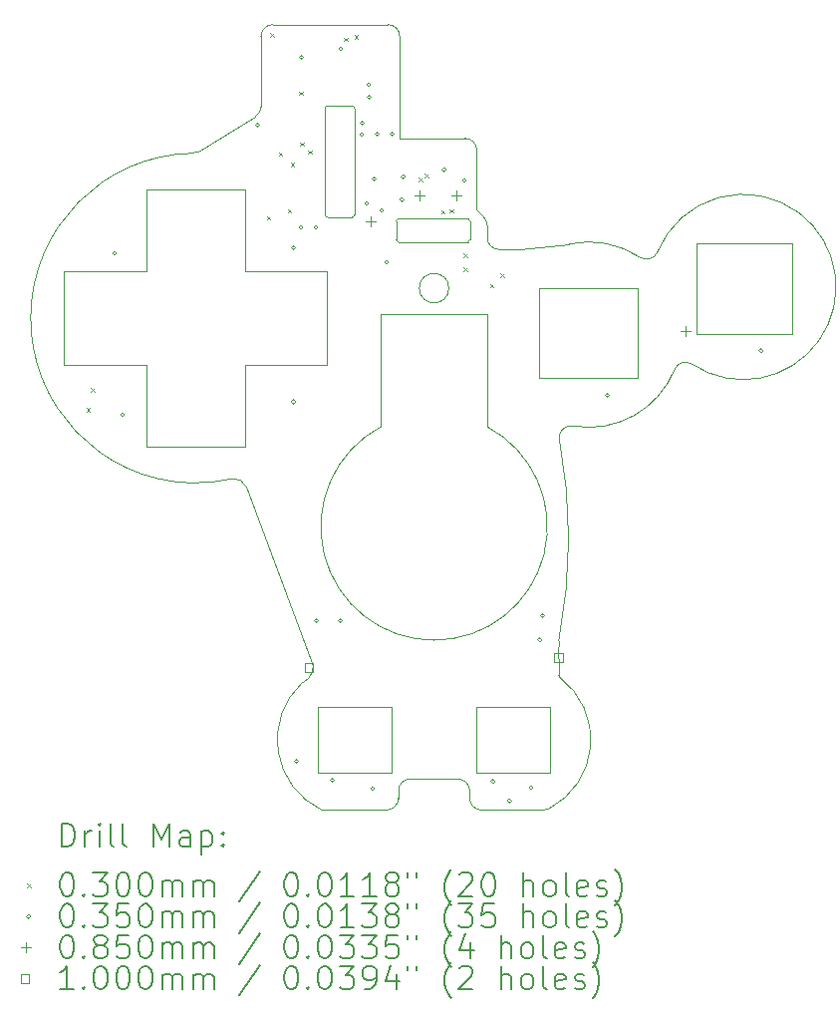
<source format=gbr>
%TF.GenerationSoftware,KiCad,Pcbnew,8.0.2*%
%TF.CreationDate,2024-11-22T12:12:39-08:00*%
%TF.ProjectId,retroglow_sp,72657472-6f67-46c6-9f77-5f73702e6b69,rev?*%
%TF.SameCoordinates,Original*%
%TF.FileFunction,Drillmap*%
%TF.FilePolarity,Positive*%
%FSLAX45Y45*%
G04 Gerber Fmt 4.5, Leading zero omitted, Abs format (unit mm)*
G04 Created by KiCad (PCBNEW 8.0.2) date 2024-11-22 12:12:39*
%MOMM*%
%LPD*%
G01*
G04 APERTURE LIST*
%ADD10C,0.010000*%
%ADD11C,0.010050*%
%ADD12C,0.200000*%
%ADD13C,0.100000*%
G04 APERTURE END LIST*
D10*
X25382393Y-15031524D02*
G75*
G02*
X25292155Y-16146186I-394643J-529035D01*
G01*
X26044748Y-12490578D02*
X25204748Y-12490578D01*
X25204748Y-12490578D02*
X25204748Y-11725578D01*
X23637748Y-11100578D02*
G75*
G02*
X23612748Y-11125570I-24996J4D01*
G01*
X24765249Y-12902252D02*
G75*
G02*
X23865248Y-12902252I-450000J-850827D01*
G01*
X23327748Y-15840578D02*
X23327748Y-15280578D01*
X23992748Y-11315578D02*
X23992748Y-11155578D01*
X23865248Y-12902252D02*
X23865248Y-11946262D01*
X24602748Y-11335578D02*
X24012748Y-11335578D01*
X26044748Y-11725578D02*
X26044748Y-12490578D01*
X24717748Y-16157457D02*
G75*
G02*
X24617749Y-16057457I4J100003D01*
G01*
X24740612Y-11129304D02*
X24677544Y-11061362D01*
X22712748Y-13075578D02*
X21872749Y-13075578D01*
X26542748Y-11347578D02*
X27357748Y-11347578D01*
X23402748Y-12375578D02*
X22712748Y-12375578D01*
X23637748Y-10200578D02*
X23637748Y-11100578D01*
X24577558Y-10453725D02*
X24023263Y-10453725D01*
X25375369Y-14719828D02*
G75*
G02*
X25377034Y-14705920I99964J-4916D01*
G01*
X24867318Y-11397781D02*
G75*
G02*
X24767322Y-11296588I4J100007D01*
G01*
X26212330Y-11421238D02*
G75*
G02*
X26065365Y-11464538I-91648J40004D01*
G01*
X22714324Y-13408145D02*
X23267205Y-14886754D01*
X24677544Y-11061362D02*
X24677544Y-10552527D01*
X23372748Y-16157457D02*
G75*
G02*
X23359113Y-16156523I4J99993D01*
G01*
X22602431Y-13344845D02*
G75*
G02*
X22234567Y-13379568I-314349J1364280D01*
G01*
X23957748Y-15840578D02*
X23327748Y-15840578D01*
X24577558Y-10453725D02*
G75*
G02*
X24677544Y-10552527I-6J-99999D01*
G01*
X23412748Y-11125578D02*
G75*
G02*
X23387748Y-11100578I4J25004D01*
G01*
X24622748Y-11155578D02*
X24622748Y-11315578D01*
X21172749Y-11585578D02*
X21872749Y-11585578D01*
X22844968Y-9588428D02*
G75*
G02*
X22944968Y-9488430I100004J-6D01*
G01*
X24672748Y-15840578D02*
X24672748Y-15280578D01*
X23992748Y-11155578D02*
G75*
G02*
X24012748Y-11135570I20004J4D01*
G01*
X23923268Y-9488432D02*
X22944968Y-9488432D01*
D11*
X25554751Y-12510578D02*
G75*
G02*
X25553746Y-12510578I-503J0D01*
G01*
X25553746Y-12510578D02*
G75*
G02*
X25554751Y-12510578I503J0D01*
G01*
D10*
X24767323Y-11296588D02*
X24767320Y-11197338D01*
X24617748Y-15995688D02*
X24617748Y-16057457D01*
X27357748Y-12112578D02*
X26542748Y-12112578D01*
X26360166Y-12415031D02*
G75*
G02*
X26507129Y-12371737I91646J-40013D01*
G01*
X22602431Y-13344845D02*
G75*
G02*
X22714331Y-13408143I18231J-98330D01*
G01*
X25464182Y-11350679D02*
X25042150Y-11397781D01*
X24602748Y-11135578D02*
G75*
G02*
X24622748Y-11155578I4J-19996D01*
G01*
X21872749Y-13075578D02*
X21872749Y-12375578D01*
X27357748Y-11347578D02*
X27357748Y-12112578D01*
X22234567Y-13379569D02*
G75*
G02*
X22257970Y-10580894I53181J1398990D01*
G01*
X23252942Y-15029001D02*
X23196556Y-15074253D01*
X21872749Y-12375578D02*
X21172749Y-12375578D01*
X24012748Y-16057458D02*
X24012748Y-15994688D01*
X23923268Y-9488432D02*
G75*
G02*
X24023264Y-9587829I4J-99993D01*
G01*
X24023263Y-10453725D02*
X24023263Y-9587829D01*
X24440248Y-11725860D02*
G75*
G02*
X24190248Y-11725860I-125000J0D01*
G01*
X24190248Y-11725860D02*
G75*
G02*
X24440248Y-11725860I125000J0D01*
G01*
X23612748Y-11125578D02*
X23412748Y-11125578D01*
X24740612Y-11129304D02*
G75*
G02*
X24767316Y-11197338I-73279J-68021D01*
G01*
X25375248Y-15016203D02*
X25375248Y-14929835D01*
X24012748Y-11135578D02*
X24602748Y-11135578D01*
X25292155Y-16146185D02*
G75*
G02*
X25246028Y-16157454I-46122J88751D01*
G01*
X21872749Y-11585578D02*
X21872749Y-10885578D01*
X23267205Y-14886754D02*
X23286790Y-14939132D01*
X25380131Y-13012798D02*
G75*
G02*
X25377034Y-14705920I-4465159J-838396D01*
G01*
X22712748Y-10885578D02*
X22712748Y-11585578D01*
X24012748Y-11335578D02*
G75*
G02*
X23992748Y-11315578I4J20004D01*
G01*
X25302748Y-15280578D02*
X25302748Y-15840578D01*
X25380131Y-13012798D02*
G75*
G02*
X25495589Y-12896567I98421J17694D01*
G01*
X26542748Y-12112578D02*
X26542748Y-11347578D01*
X25042150Y-11397781D02*
X24867318Y-11397781D01*
X26212330Y-11421238D02*
G75*
G02*
X27418202Y-11087923I730393J-294456D01*
G01*
X21872749Y-10885578D02*
X22712748Y-10885578D01*
X23372748Y-16157457D02*
X23913148Y-16157457D01*
X24622748Y-11315578D02*
G75*
G02*
X24602748Y-11335570I-19996J4D01*
G01*
X23286791Y-14939132D02*
G75*
G02*
X23252939Y-15028997I-92849J-16332D01*
G01*
X22712748Y-12375578D02*
X22712748Y-13075578D01*
X25382393Y-15031524D02*
G75*
G02*
X25375251Y-15016203I12840J15310D01*
G01*
X23387748Y-11100578D02*
X23387748Y-10200578D01*
X24765248Y-11946262D02*
X24765249Y-12902252D01*
X22844968Y-10184963D02*
G75*
G02*
X22796261Y-10270817I-100016J-1D01*
G01*
X24012748Y-16057458D02*
G75*
G02*
X23913148Y-16157450I-99996J4D01*
G01*
X22796261Y-10270817D02*
X22307600Y-10566481D01*
X25375248Y-14929835D02*
X25371982Y-14813828D01*
X22844968Y-9588428D02*
X22844968Y-10184963D01*
X23402748Y-11585578D02*
X23402748Y-12375578D01*
X24112748Y-15894693D02*
X24517738Y-15894693D01*
X27418205Y-11087920D02*
G75*
G02*
X26507131Y-12371733I-475459J-627769D01*
G01*
D11*
X26868251Y-12134478D02*
G75*
G02*
X26867246Y-12134478I-503J0D01*
G01*
X26867246Y-12134478D02*
G75*
G02*
X26868251Y-12134478I503J0D01*
G01*
D10*
X22307600Y-10566481D02*
G75*
G02*
X22257970Y-10580897I-51748J85517D01*
G01*
X24672748Y-15280578D02*
X25302748Y-15280578D01*
X24012748Y-15994688D02*
G75*
G02*
X24112748Y-15894700I99994J-6D01*
G01*
X21172749Y-12375578D02*
X21172749Y-11585578D01*
X25464182Y-11350679D02*
G75*
G02*
X26065368Y-11464533I165570J-769895D01*
G01*
X22712748Y-11585578D02*
X23402748Y-11585578D01*
X25371982Y-14813828D02*
X25375369Y-14719828D01*
X23612748Y-10175578D02*
G75*
G02*
X23637748Y-10200578I4J-24996D01*
G01*
X25302748Y-15840578D02*
X24672748Y-15840578D01*
X23957748Y-15280578D02*
X23957748Y-15840578D01*
X24517738Y-15894693D02*
G75*
G02*
X24617749Y-15995688I4J-100011D01*
G01*
X23865248Y-11946262D02*
X24765248Y-11946262D01*
X25204748Y-11725578D02*
X26044748Y-11725578D01*
X23327748Y-15280578D02*
X23957748Y-15280578D01*
X23412748Y-10175578D02*
X23612748Y-10175578D01*
X23359112Y-16156523D02*
G75*
G02*
X23196553Y-15074249I283640J595949D01*
G01*
X26360166Y-12415031D02*
G75*
G02*
X25495589Y-12896567I-730394J294467D01*
G01*
X24717748Y-16157457D02*
X25246028Y-16157457D01*
X23387748Y-10200578D02*
G75*
G02*
X23412748Y-10175570I25004J4D01*
G01*
D12*
D13*
X21359983Y-12746194D02*
X21389983Y-12776194D01*
X21389983Y-12746194D02*
X21359983Y-12776194D01*
X21399983Y-12576194D02*
X21429983Y-12606194D01*
X21429983Y-12576194D02*
X21399983Y-12606194D01*
X22894982Y-11116194D02*
X22924982Y-11146194D01*
X22924982Y-11116194D02*
X22894982Y-11146194D01*
X22922261Y-9560384D02*
X22952261Y-9590384D01*
X22952261Y-9560384D02*
X22922261Y-9590384D01*
X22994982Y-10571194D02*
X23024982Y-10601194D01*
X23024982Y-10571194D02*
X22994982Y-10601194D01*
X23069982Y-11056194D02*
X23099982Y-11086194D01*
X23099982Y-11056194D02*
X23069982Y-11086194D01*
X23094982Y-10661194D02*
X23124982Y-10691194D01*
X23124982Y-10661194D02*
X23094982Y-10691194D01*
X23167048Y-10057176D02*
X23197048Y-10087176D01*
X23197048Y-10057176D02*
X23167048Y-10087176D01*
X23174982Y-10486194D02*
X23204982Y-10516194D01*
X23204982Y-10486194D02*
X23174982Y-10516194D01*
X23244982Y-10556194D02*
X23274982Y-10586194D01*
X23274982Y-10556194D02*
X23244982Y-10586194D01*
X23550558Y-9597300D02*
X23580558Y-9627300D01*
X23580558Y-9597300D02*
X23550558Y-9627300D01*
X23639982Y-9576194D02*
X23669982Y-9606194D01*
X23669982Y-9576194D02*
X23639982Y-9606194D01*
X24184931Y-10786696D02*
X24214931Y-10816696D01*
X24214931Y-10786696D02*
X24184931Y-10816696D01*
X24234982Y-10756194D02*
X24264982Y-10786194D01*
X24264982Y-10756194D02*
X24234982Y-10786194D01*
X24373397Y-11065271D02*
X24403397Y-11095271D01*
X24403397Y-11065271D02*
X24373397Y-11095271D01*
X24445644Y-11055111D02*
X24475644Y-11085111D01*
X24475644Y-11055111D02*
X24445644Y-11085111D01*
X24565910Y-11430320D02*
X24595910Y-11460320D01*
X24595910Y-11430320D02*
X24565910Y-11460320D01*
X24565910Y-11551734D02*
X24595910Y-11581734D01*
X24595910Y-11551734D02*
X24565910Y-11581734D01*
X24791231Y-11689478D02*
X24821231Y-11719478D01*
X24821231Y-11689478D02*
X24791231Y-11719478D01*
X24877023Y-11600174D02*
X24907023Y-11630174D01*
X24907023Y-11600174D02*
X24877023Y-11630174D01*
X21617483Y-11431194D02*
G75*
G02*
X21582483Y-11431194I-17500J0D01*
G01*
X21582483Y-11431194D02*
G75*
G02*
X21617483Y-11431194I17500J0D01*
G01*
X21687483Y-12801194D02*
G75*
G02*
X21652483Y-12801194I-17500J0D01*
G01*
X21652483Y-12801194D02*
G75*
G02*
X21687483Y-12801194I17500J0D01*
G01*
X22832482Y-10341194D02*
G75*
G02*
X22797482Y-10341194I-17500J0D01*
G01*
X22797482Y-10341194D02*
G75*
G02*
X22832482Y-10341194I17500J0D01*
G01*
X23137482Y-11381194D02*
G75*
G02*
X23102482Y-11381194I-17500J0D01*
G01*
X23102482Y-11381194D02*
G75*
G02*
X23137482Y-11381194I17500J0D01*
G01*
X23137482Y-12691194D02*
G75*
G02*
X23102482Y-12691194I-17500J0D01*
G01*
X23102482Y-12691194D02*
G75*
G02*
X23137482Y-12691194I17500J0D01*
G01*
X23162482Y-15741194D02*
G75*
G02*
X23127482Y-15741194I-17500J0D01*
G01*
X23127482Y-15741194D02*
G75*
G02*
X23162482Y-15741194I17500J0D01*
G01*
X23202482Y-9766194D02*
G75*
G02*
X23167482Y-9766194I-17500J0D01*
G01*
X23167482Y-9766194D02*
G75*
G02*
X23202482Y-9766194I17500J0D01*
G01*
X23202482Y-11211194D02*
G75*
G02*
X23167482Y-11211194I-17500J0D01*
G01*
X23167482Y-11211194D02*
G75*
G02*
X23202482Y-11211194I17500J0D01*
G01*
X23327482Y-11211194D02*
G75*
G02*
X23292482Y-11211194I-17500J0D01*
G01*
X23292482Y-11211194D02*
G75*
G02*
X23327482Y-11211194I17500J0D01*
G01*
X23332482Y-14551194D02*
G75*
G02*
X23297482Y-14551194I-17500J0D01*
G01*
X23297482Y-14551194D02*
G75*
G02*
X23332482Y-14551194I17500J0D01*
G01*
X23467482Y-15906194D02*
G75*
G02*
X23432482Y-15906194I-17500J0D01*
G01*
X23432482Y-15906194D02*
G75*
G02*
X23467482Y-15906194I17500J0D01*
G01*
X23537482Y-14551194D02*
G75*
G02*
X23502482Y-14551194I-17500J0D01*
G01*
X23502482Y-14551194D02*
G75*
G02*
X23537482Y-14551194I17500J0D01*
G01*
X23539292Y-9694909D02*
G75*
G02*
X23504292Y-9694909I-17500J0D01*
G01*
X23504292Y-9694909D02*
G75*
G02*
X23539292Y-9694909I17500J0D01*
G01*
X23717482Y-10421194D02*
G75*
G02*
X23682482Y-10421194I-17500J0D01*
G01*
X23682482Y-10421194D02*
G75*
G02*
X23717482Y-10421194I17500J0D01*
G01*
X23722482Y-10326194D02*
G75*
G02*
X23687482Y-10326194I-17500J0D01*
G01*
X23687482Y-10326194D02*
G75*
G02*
X23722482Y-10326194I17500J0D01*
G01*
X23757482Y-11006194D02*
G75*
G02*
X23722482Y-11006194I-17500J0D01*
G01*
X23722482Y-11006194D02*
G75*
G02*
X23757482Y-11006194I17500J0D01*
G01*
X23777482Y-10000578D02*
G75*
G02*
X23742482Y-10000578I-17500J0D01*
G01*
X23742482Y-10000578D02*
G75*
G02*
X23777482Y-10000578I17500J0D01*
G01*
X23782482Y-10106194D02*
G75*
G02*
X23747482Y-10106194I-17500J0D01*
G01*
X23747482Y-10106194D02*
G75*
G02*
X23782482Y-10106194I17500J0D01*
G01*
X23812482Y-15976194D02*
G75*
G02*
X23777482Y-15976194I-17500J0D01*
G01*
X23777482Y-15976194D02*
G75*
G02*
X23812482Y-15976194I17500J0D01*
G01*
X23824637Y-10799929D02*
G75*
G02*
X23789637Y-10799929I-17500J0D01*
G01*
X23789637Y-10799929D02*
G75*
G02*
X23824637Y-10799929I17500J0D01*
G01*
X23847482Y-10416194D02*
G75*
G02*
X23812482Y-10416194I-17500J0D01*
G01*
X23812482Y-10416194D02*
G75*
G02*
X23847482Y-10416194I17500J0D01*
G01*
X23887482Y-11066194D02*
G75*
G02*
X23852482Y-11066194I-17500J0D01*
G01*
X23852482Y-11066194D02*
G75*
G02*
X23887482Y-11066194I17500J0D01*
G01*
X23932482Y-11506194D02*
G75*
G02*
X23897482Y-11506194I-17500J0D01*
G01*
X23897482Y-11506194D02*
G75*
G02*
X23932482Y-11506194I17500J0D01*
G01*
X23977653Y-10416388D02*
G75*
G02*
X23942653Y-10416388I-17500J0D01*
G01*
X23942653Y-10416388D02*
G75*
G02*
X23977653Y-10416388I17500J0D01*
G01*
X24057482Y-10976194D02*
G75*
G02*
X24022482Y-10976194I-17500J0D01*
G01*
X24022482Y-10976194D02*
G75*
G02*
X24057482Y-10976194I17500J0D01*
G01*
X24072482Y-10781194D02*
G75*
G02*
X24037482Y-10781194I-17500J0D01*
G01*
X24037482Y-10781194D02*
G75*
G02*
X24072482Y-10781194I17500J0D01*
G01*
X24418731Y-10721365D02*
G75*
G02*
X24383731Y-10721365I-17500J0D01*
G01*
X24383731Y-10721365D02*
G75*
G02*
X24418731Y-10721365I17500J0D01*
G01*
X24592482Y-10811194D02*
G75*
G02*
X24557482Y-10811194I-17500J0D01*
G01*
X24557482Y-10811194D02*
G75*
G02*
X24592482Y-10811194I17500J0D01*
G01*
X24832482Y-15916194D02*
G75*
G02*
X24797482Y-15916194I-17500J0D01*
G01*
X24797482Y-15916194D02*
G75*
G02*
X24832482Y-15916194I17500J0D01*
G01*
X24972482Y-16081194D02*
G75*
G02*
X24937482Y-16081194I-17500J0D01*
G01*
X24937482Y-16081194D02*
G75*
G02*
X24972482Y-16081194I17500J0D01*
G01*
X25157482Y-15971194D02*
G75*
G02*
X25122482Y-15971194I-17500J0D01*
G01*
X25122482Y-15971194D02*
G75*
G02*
X25157482Y-15971194I17500J0D01*
G01*
X25232482Y-14711194D02*
G75*
G02*
X25197482Y-14711194I-17500J0D01*
G01*
X25197482Y-14711194D02*
G75*
G02*
X25232482Y-14711194I17500J0D01*
G01*
X25252482Y-14506194D02*
G75*
G02*
X25217482Y-14506194I-17500J0D01*
G01*
X25217482Y-14506194D02*
G75*
G02*
X25252482Y-14506194I17500J0D01*
G01*
X25802482Y-12636194D02*
G75*
G02*
X25767482Y-12636194I-17500J0D01*
G01*
X25767482Y-12636194D02*
G75*
G02*
X25802482Y-12636194I17500J0D01*
G01*
X27112482Y-12256194D02*
G75*
G02*
X27077482Y-12256194I-17500J0D01*
G01*
X27077482Y-12256194D02*
G75*
G02*
X27112482Y-12256194I17500J0D01*
G01*
X23775748Y-11114078D02*
X23775748Y-11199078D01*
X23733248Y-11156578D02*
X23818248Y-11156578D01*
X24190748Y-10899078D02*
X24190748Y-10984078D01*
X24148248Y-10941578D02*
X24233248Y-10941578D01*
X24503748Y-10899078D02*
X24503748Y-10984078D01*
X24461248Y-10941578D02*
X24546248Y-10941578D01*
X26450748Y-12050078D02*
X26450748Y-12135078D01*
X26408248Y-12092578D02*
X26493248Y-12092578D01*
X23284054Y-14984419D02*
X23284054Y-14913708D01*
X23213342Y-14913708D01*
X23213342Y-14984419D01*
X23284054Y-14984419D01*
X25408445Y-14897200D02*
X25408445Y-14826489D01*
X25337733Y-14826489D01*
X25337733Y-14897200D01*
X25408445Y-14897200D01*
D12*
X21148025Y-16469441D02*
X21148025Y-16269441D01*
X21148025Y-16269441D02*
X21195644Y-16269441D01*
X21195644Y-16269441D02*
X21224215Y-16278965D01*
X21224215Y-16278965D02*
X21243263Y-16298013D01*
X21243263Y-16298013D02*
X21252786Y-16317060D01*
X21252786Y-16317060D02*
X21262310Y-16355155D01*
X21262310Y-16355155D02*
X21262310Y-16383727D01*
X21262310Y-16383727D02*
X21252786Y-16421822D01*
X21252786Y-16421822D02*
X21243263Y-16440870D01*
X21243263Y-16440870D02*
X21224215Y-16459917D01*
X21224215Y-16459917D02*
X21195644Y-16469441D01*
X21195644Y-16469441D02*
X21148025Y-16469441D01*
X21348025Y-16469441D02*
X21348025Y-16336108D01*
X21348025Y-16374203D02*
X21357548Y-16355155D01*
X21357548Y-16355155D02*
X21367072Y-16345632D01*
X21367072Y-16345632D02*
X21386120Y-16336108D01*
X21386120Y-16336108D02*
X21405167Y-16336108D01*
X21471834Y-16469441D02*
X21471834Y-16336108D01*
X21471834Y-16269441D02*
X21462310Y-16278965D01*
X21462310Y-16278965D02*
X21471834Y-16288489D01*
X21471834Y-16288489D02*
X21481358Y-16278965D01*
X21481358Y-16278965D02*
X21471834Y-16269441D01*
X21471834Y-16269441D02*
X21471834Y-16288489D01*
X21595644Y-16469441D02*
X21576596Y-16459917D01*
X21576596Y-16459917D02*
X21567072Y-16440870D01*
X21567072Y-16440870D02*
X21567072Y-16269441D01*
X21700405Y-16469441D02*
X21681358Y-16459917D01*
X21681358Y-16459917D02*
X21671834Y-16440870D01*
X21671834Y-16440870D02*
X21671834Y-16269441D01*
X21928977Y-16469441D02*
X21928977Y-16269441D01*
X21928977Y-16269441D02*
X21995644Y-16412298D01*
X21995644Y-16412298D02*
X22062310Y-16269441D01*
X22062310Y-16269441D02*
X22062310Y-16469441D01*
X22243263Y-16469441D02*
X22243263Y-16364679D01*
X22243263Y-16364679D02*
X22233739Y-16345632D01*
X22233739Y-16345632D02*
X22214691Y-16336108D01*
X22214691Y-16336108D02*
X22176596Y-16336108D01*
X22176596Y-16336108D02*
X22157548Y-16345632D01*
X22243263Y-16459917D02*
X22224215Y-16469441D01*
X22224215Y-16469441D02*
X22176596Y-16469441D01*
X22176596Y-16469441D02*
X22157548Y-16459917D01*
X22157548Y-16459917D02*
X22148025Y-16440870D01*
X22148025Y-16440870D02*
X22148025Y-16421822D01*
X22148025Y-16421822D02*
X22157548Y-16402775D01*
X22157548Y-16402775D02*
X22176596Y-16393251D01*
X22176596Y-16393251D02*
X22224215Y-16393251D01*
X22224215Y-16393251D02*
X22243263Y-16383727D01*
X22338501Y-16336108D02*
X22338501Y-16536108D01*
X22338501Y-16345632D02*
X22357548Y-16336108D01*
X22357548Y-16336108D02*
X22395644Y-16336108D01*
X22395644Y-16336108D02*
X22414691Y-16345632D01*
X22414691Y-16345632D02*
X22424215Y-16355155D01*
X22424215Y-16355155D02*
X22433739Y-16374203D01*
X22433739Y-16374203D02*
X22433739Y-16431346D01*
X22433739Y-16431346D02*
X22424215Y-16450394D01*
X22424215Y-16450394D02*
X22414691Y-16459917D01*
X22414691Y-16459917D02*
X22395644Y-16469441D01*
X22395644Y-16469441D02*
X22357548Y-16469441D01*
X22357548Y-16469441D02*
X22338501Y-16459917D01*
X22519453Y-16450394D02*
X22528977Y-16459917D01*
X22528977Y-16459917D02*
X22519453Y-16469441D01*
X22519453Y-16469441D02*
X22509929Y-16459917D01*
X22509929Y-16459917D02*
X22519453Y-16450394D01*
X22519453Y-16450394D02*
X22519453Y-16469441D01*
X22519453Y-16345632D02*
X22528977Y-16355155D01*
X22528977Y-16355155D02*
X22519453Y-16364679D01*
X22519453Y-16364679D02*
X22509929Y-16355155D01*
X22509929Y-16355155D02*
X22519453Y-16345632D01*
X22519453Y-16345632D02*
X22519453Y-16364679D01*
D13*
X20857248Y-16782958D02*
X20887248Y-16812958D01*
X20887248Y-16782958D02*
X20857248Y-16812958D01*
D12*
X21186120Y-16689441D02*
X21205167Y-16689441D01*
X21205167Y-16689441D02*
X21224215Y-16698965D01*
X21224215Y-16698965D02*
X21233739Y-16708489D01*
X21233739Y-16708489D02*
X21243263Y-16727536D01*
X21243263Y-16727536D02*
X21252786Y-16765632D01*
X21252786Y-16765632D02*
X21252786Y-16813251D01*
X21252786Y-16813251D02*
X21243263Y-16851346D01*
X21243263Y-16851346D02*
X21233739Y-16870394D01*
X21233739Y-16870394D02*
X21224215Y-16879918D01*
X21224215Y-16879918D02*
X21205167Y-16889441D01*
X21205167Y-16889441D02*
X21186120Y-16889441D01*
X21186120Y-16889441D02*
X21167072Y-16879918D01*
X21167072Y-16879918D02*
X21157548Y-16870394D01*
X21157548Y-16870394D02*
X21148025Y-16851346D01*
X21148025Y-16851346D02*
X21138501Y-16813251D01*
X21138501Y-16813251D02*
X21138501Y-16765632D01*
X21138501Y-16765632D02*
X21148025Y-16727536D01*
X21148025Y-16727536D02*
X21157548Y-16708489D01*
X21157548Y-16708489D02*
X21167072Y-16698965D01*
X21167072Y-16698965D02*
X21186120Y-16689441D01*
X21338501Y-16870394D02*
X21348025Y-16879918D01*
X21348025Y-16879918D02*
X21338501Y-16889441D01*
X21338501Y-16889441D02*
X21328977Y-16879918D01*
X21328977Y-16879918D02*
X21338501Y-16870394D01*
X21338501Y-16870394D02*
X21338501Y-16889441D01*
X21414691Y-16689441D02*
X21538501Y-16689441D01*
X21538501Y-16689441D02*
X21471834Y-16765632D01*
X21471834Y-16765632D02*
X21500406Y-16765632D01*
X21500406Y-16765632D02*
X21519453Y-16775155D01*
X21519453Y-16775155D02*
X21528977Y-16784679D01*
X21528977Y-16784679D02*
X21538501Y-16803727D01*
X21538501Y-16803727D02*
X21538501Y-16851346D01*
X21538501Y-16851346D02*
X21528977Y-16870394D01*
X21528977Y-16870394D02*
X21519453Y-16879918D01*
X21519453Y-16879918D02*
X21500406Y-16889441D01*
X21500406Y-16889441D02*
X21443263Y-16889441D01*
X21443263Y-16889441D02*
X21424215Y-16879918D01*
X21424215Y-16879918D02*
X21414691Y-16870394D01*
X21662310Y-16689441D02*
X21681358Y-16689441D01*
X21681358Y-16689441D02*
X21700406Y-16698965D01*
X21700406Y-16698965D02*
X21709929Y-16708489D01*
X21709929Y-16708489D02*
X21719453Y-16727536D01*
X21719453Y-16727536D02*
X21728977Y-16765632D01*
X21728977Y-16765632D02*
X21728977Y-16813251D01*
X21728977Y-16813251D02*
X21719453Y-16851346D01*
X21719453Y-16851346D02*
X21709929Y-16870394D01*
X21709929Y-16870394D02*
X21700406Y-16879918D01*
X21700406Y-16879918D02*
X21681358Y-16889441D01*
X21681358Y-16889441D02*
X21662310Y-16889441D01*
X21662310Y-16889441D02*
X21643263Y-16879918D01*
X21643263Y-16879918D02*
X21633739Y-16870394D01*
X21633739Y-16870394D02*
X21624215Y-16851346D01*
X21624215Y-16851346D02*
X21614691Y-16813251D01*
X21614691Y-16813251D02*
X21614691Y-16765632D01*
X21614691Y-16765632D02*
X21624215Y-16727536D01*
X21624215Y-16727536D02*
X21633739Y-16708489D01*
X21633739Y-16708489D02*
X21643263Y-16698965D01*
X21643263Y-16698965D02*
X21662310Y-16689441D01*
X21852786Y-16689441D02*
X21871834Y-16689441D01*
X21871834Y-16689441D02*
X21890882Y-16698965D01*
X21890882Y-16698965D02*
X21900406Y-16708489D01*
X21900406Y-16708489D02*
X21909929Y-16727536D01*
X21909929Y-16727536D02*
X21919453Y-16765632D01*
X21919453Y-16765632D02*
X21919453Y-16813251D01*
X21919453Y-16813251D02*
X21909929Y-16851346D01*
X21909929Y-16851346D02*
X21900406Y-16870394D01*
X21900406Y-16870394D02*
X21890882Y-16879918D01*
X21890882Y-16879918D02*
X21871834Y-16889441D01*
X21871834Y-16889441D02*
X21852786Y-16889441D01*
X21852786Y-16889441D02*
X21833739Y-16879918D01*
X21833739Y-16879918D02*
X21824215Y-16870394D01*
X21824215Y-16870394D02*
X21814691Y-16851346D01*
X21814691Y-16851346D02*
X21805167Y-16813251D01*
X21805167Y-16813251D02*
X21805167Y-16765632D01*
X21805167Y-16765632D02*
X21814691Y-16727536D01*
X21814691Y-16727536D02*
X21824215Y-16708489D01*
X21824215Y-16708489D02*
X21833739Y-16698965D01*
X21833739Y-16698965D02*
X21852786Y-16689441D01*
X22005167Y-16889441D02*
X22005167Y-16756108D01*
X22005167Y-16775155D02*
X22014691Y-16765632D01*
X22014691Y-16765632D02*
X22033739Y-16756108D01*
X22033739Y-16756108D02*
X22062310Y-16756108D01*
X22062310Y-16756108D02*
X22081358Y-16765632D01*
X22081358Y-16765632D02*
X22090882Y-16784679D01*
X22090882Y-16784679D02*
X22090882Y-16889441D01*
X22090882Y-16784679D02*
X22100406Y-16765632D01*
X22100406Y-16765632D02*
X22119453Y-16756108D01*
X22119453Y-16756108D02*
X22148025Y-16756108D01*
X22148025Y-16756108D02*
X22167072Y-16765632D01*
X22167072Y-16765632D02*
X22176596Y-16784679D01*
X22176596Y-16784679D02*
X22176596Y-16889441D01*
X22271834Y-16889441D02*
X22271834Y-16756108D01*
X22271834Y-16775155D02*
X22281358Y-16765632D01*
X22281358Y-16765632D02*
X22300406Y-16756108D01*
X22300406Y-16756108D02*
X22328977Y-16756108D01*
X22328977Y-16756108D02*
X22348025Y-16765632D01*
X22348025Y-16765632D02*
X22357548Y-16784679D01*
X22357548Y-16784679D02*
X22357548Y-16889441D01*
X22357548Y-16784679D02*
X22367072Y-16765632D01*
X22367072Y-16765632D02*
X22386120Y-16756108D01*
X22386120Y-16756108D02*
X22414691Y-16756108D01*
X22414691Y-16756108D02*
X22433739Y-16765632D01*
X22433739Y-16765632D02*
X22443263Y-16784679D01*
X22443263Y-16784679D02*
X22443263Y-16889441D01*
X22833739Y-16679917D02*
X22662310Y-16937060D01*
X23090882Y-16689441D02*
X23109929Y-16689441D01*
X23109929Y-16689441D02*
X23128977Y-16698965D01*
X23128977Y-16698965D02*
X23138501Y-16708489D01*
X23138501Y-16708489D02*
X23148025Y-16727536D01*
X23148025Y-16727536D02*
X23157548Y-16765632D01*
X23157548Y-16765632D02*
X23157548Y-16813251D01*
X23157548Y-16813251D02*
X23148025Y-16851346D01*
X23148025Y-16851346D02*
X23138501Y-16870394D01*
X23138501Y-16870394D02*
X23128977Y-16879918D01*
X23128977Y-16879918D02*
X23109929Y-16889441D01*
X23109929Y-16889441D02*
X23090882Y-16889441D01*
X23090882Y-16889441D02*
X23071834Y-16879918D01*
X23071834Y-16879918D02*
X23062310Y-16870394D01*
X23062310Y-16870394D02*
X23052787Y-16851346D01*
X23052787Y-16851346D02*
X23043263Y-16813251D01*
X23043263Y-16813251D02*
X23043263Y-16765632D01*
X23043263Y-16765632D02*
X23052787Y-16727536D01*
X23052787Y-16727536D02*
X23062310Y-16708489D01*
X23062310Y-16708489D02*
X23071834Y-16698965D01*
X23071834Y-16698965D02*
X23090882Y-16689441D01*
X23243263Y-16870394D02*
X23252787Y-16879918D01*
X23252787Y-16879918D02*
X23243263Y-16889441D01*
X23243263Y-16889441D02*
X23233739Y-16879918D01*
X23233739Y-16879918D02*
X23243263Y-16870394D01*
X23243263Y-16870394D02*
X23243263Y-16889441D01*
X23376596Y-16689441D02*
X23395644Y-16689441D01*
X23395644Y-16689441D02*
X23414691Y-16698965D01*
X23414691Y-16698965D02*
X23424215Y-16708489D01*
X23424215Y-16708489D02*
X23433739Y-16727536D01*
X23433739Y-16727536D02*
X23443263Y-16765632D01*
X23443263Y-16765632D02*
X23443263Y-16813251D01*
X23443263Y-16813251D02*
X23433739Y-16851346D01*
X23433739Y-16851346D02*
X23424215Y-16870394D01*
X23424215Y-16870394D02*
X23414691Y-16879918D01*
X23414691Y-16879918D02*
X23395644Y-16889441D01*
X23395644Y-16889441D02*
X23376596Y-16889441D01*
X23376596Y-16889441D02*
X23357548Y-16879918D01*
X23357548Y-16879918D02*
X23348025Y-16870394D01*
X23348025Y-16870394D02*
X23338501Y-16851346D01*
X23338501Y-16851346D02*
X23328977Y-16813251D01*
X23328977Y-16813251D02*
X23328977Y-16765632D01*
X23328977Y-16765632D02*
X23338501Y-16727536D01*
X23338501Y-16727536D02*
X23348025Y-16708489D01*
X23348025Y-16708489D02*
X23357548Y-16698965D01*
X23357548Y-16698965D02*
X23376596Y-16689441D01*
X23633739Y-16889441D02*
X23519453Y-16889441D01*
X23576596Y-16889441D02*
X23576596Y-16689441D01*
X23576596Y-16689441D02*
X23557548Y-16718013D01*
X23557548Y-16718013D02*
X23538501Y-16737060D01*
X23538501Y-16737060D02*
X23519453Y-16746584D01*
X23824215Y-16889441D02*
X23709929Y-16889441D01*
X23767072Y-16889441D02*
X23767072Y-16689441D01*
X23767072Y-16689441D02*
X23748025Y-16718013D01*
X23748025Y-16718013D02*
X23728977Y-16737060D01*
X23728977Y-16737060D02*
X23709929Y-16746584D01*
X23938501Y-16775155D02*
X23919453Y-16765632D01*
X23919453Y-16765632D02*
X23909929Y-16756108D01*
X23909929Y-16756108D02*
X23900406Y-16737060D01*
X23900406Y-16737060D02*
X23900406Y-16727536D01*
X23900406Y-16727536D02*
X23909929Y-16708489D01*
X23909929Y-16708489D02*
X23919453Y-16698965D01*
X23919453Y-16698965D02*
X23938501Y-16689441D01*
X23938501Y-16689441D02*
X23976596Y-16689441D01*
X23976596Y-16689441D02*
X23995644Y-16698965D01*
X23995644Y-16698965D02*
X24005168Y-16708489D01*
X24005168Y-16708489D02*
X24014691Y-16727536D01*
X24014691Y-16727536D02*
X24014691Y-16737060D01*
X24014691Y-16737060D02*
X24005168Y-16756108D01*
X24005168Y-16756108D02*
X23995644Y-16765632D01*
X23995644Y-16765632D02*
X23976596Y-16775155D01*
X23976596Y-16775155D02*
X23938501Y-16775155D01*
X23938501Y-16775155D02*
X23919453Y-16784679D01*
X23919453Y-16784679D02*
X23909929Y-16794203D01*
X23909929Y-16794203D02*
X23900406Y-16813251D01*
X23900406Y-16813251D02*
X23900406Y-16851346D01*
X23900406Y-16851346D02*
X23909929Y-16870394D01*
X23909929Y-16870394D02*
X23919453Y-16879918D01*
X23919453Y-16879918D02*
X23938501Y-16889441D01*
X23938501Y-16889441D02*
X23976596Y-16889441D01*
X23976596Y-16889441D02*
X23995644Y-16879918D01*
X23995644Y-16879918D02*
X24005168Y-16870394D01*
X24005168Y-16870394D02*
X24014691Y-16851346D01*
X24014691Y-16851346D02*
X24014691Y-16813251D01*
X24014691Y-16813251D02*
X24005168Y-16794203D01*
X24005168Y-16794203D02*
X23995644Y-16784679D01*
X23995644Y-16784679D02*
X23976596Y-16775155D01*
X24090882Y-16689441D02*
X24090882Y-16727536D01*
X24167072Y-16689441D02*
X24167072Y-16727536D01*
X24462311Y-16965632D02*
X24452787Y-16956108D01*
X24452787Y-16956108D02*
X24433739Y-16927537D01*
X24433739Y-16927537D02*
X24424215Y-16908489D01*
X24424215Y-16908489D02*
X24414691Y-16879918D01*
X24414691Y-16879918D02*
X24405168Y-16832298D01*
X24405168Y-16832298D02*
X24405168Y-16794203D01*
X24405168Y-16794203D02*
X24414691Y-16746584D01*
X24414691Y-16746584D02*
X24424215Y-16718013D01*
X24424215Y-16718013D02*
X24433739Y-16698965D01*
X24433739Y-16698965D02*
X24452787Y-16670394D01*
X24452787Y-16670394D02*
X24462311Y-16660870D01*
X24528977Y-16708489D02*
X24538501Y-16698965D01*
X24538501Y-16698965D02*
X24557549Y-16689441D01*
X24557549Y-16689441D02*
X24605168Y-16689441D01*
X24605168Y-16689441D02*
X24624215Y-16698965D01*
X24624215Y-16698965D02*
X24633739Y-16708489D01*
X24633739Y-16708489D02*
X24643263Y-16727536D01*
X24643263Y-16727536D02*
X24643263Y-16746584D01*
X24643263Y-16746584D02*
X24633739Y-16775155D01*
X24633739Y-16775155D02*
X24519453Y-16889441D01*
X24519453Y-16889441D02*
X24643263Y-16889441D01*
X24767072Y-16689441D02*
X24786120Y-16689441D01*
X24786120Y-16689441D02*
X24805168Y-16698965D01*
X24805168Y-16698965D02*
X24814691Y-16708489D01*
X24814691Y-16708489D02*
X24824215Y-16727536D01*
X24824215Y-16727536D02*
X24833739Y-16765632D01*
X24833739Y-16765632D02*
X24833739Y-16813251D01*
X24833739Y-16813251D02*
X24824215Y-16851346D01*
X24824215Y-16851346D02*
X24814691Y-16870394D01*
X24814691Y-16870394D02*
X24805168Y-16879918D01*
X24805168Y-16879918D02*
X24786120Y-16889441D01*
X24786120Y-16889441D02*
X24767072Y-16889441D01*
X24767072Y-16889441D02*
X24748025Y-16879918D01*
X24748025Y-16879918D02*
X24738501Y-16870394D01*
X24738501Y-16870394D02*
X24728977Y-16851346D01*
X24728977Y-16851346D02*
X24719453Y-16813251D01*
X24719453Y-16813251D02*
X24719453Y-16765632D01*
X24719453Y-16765632D02*
X24728977Y-16727536D01*
X24728977Y-16727536D02*
X24738501Y-16708489D01*
X24738501Y-16708489D02*
X24748025Y-16698965D01*
X24748025Y-16698965D02*
X24767072Y-16689441D01*
X25071834Y-16889441D02*
X25071834Y-16689441D01*
X25157549Y-16889441D02*
X25157549Y-16784679D01*
X25157549Y-16784679D02*
X25148025Y-16765632D01*
X25148025Y-16765632D02*
X25128977Y-16756108D01*
X25128977Y-16756108D02*
X25100406Y-16756108D01*
X25100406Y-16756108D02*
X25081358Y-16765632D01*
X25081358Y-16765632D02*
X25071834Y-16775155D01*
X25281358Y-16889441D02*
X25262311Y-16879918D01*
X25262311Y-16879918D02*
X25252787Y-16870394D01*
X25252787Y-16870394D02*
X25243263Y-16851346D01*
X25243263Y-16851346D02*
X25243263Y-16794203D01*
X25243263Y-16794203D02*
X25252787Y-16775155D01*
X25252787Y-16775155D02*
X25262311Y-16765632D01*
X25262311Y-16765632D02*
X25281358Y-16756108D01*
X25281358Y-16756108D02*
X25309930Y-16756108D01*
X25309930Y-16756108D02*
X25328977Y-16765632D01*
X25328977Y-16765632D02*
X25338501Y-16775155D01*
X25338501Y-16775155D02*
X25348025Y-16794203D01*
X25348025Y-16794203D02*
X25348025Y-16851346D01*
X25348025Y-16851346D02*
X25338501Y-16870394D01*
X25338501Y-16870394D02*
X25328977Y-16879918D01*
X25328977Y-16879918D02*
X25309930Y-16889441D01*
X25309930Y-16889441D02*
X25281358Y-16889441D01*
X25462311Y-16889441D02*
X25443263Y-16879918D01*
X25443263Y-16879918D02*
X25433739Y-16860870D01*
X25433739Y-16860870D02*
X25433739Y-16689441D01*
X25614692Y-16879918D02*
X25595644Y-16889441D01*
X25595644Y-16889441D02*
X25557549Y-16889441D01*
X25557549Y-16889441D02*
X25538501Y-16879918D01*
X25538501Y-16879918D02*
X25528977Y-16860870D01*
X25528977Y-16860870D02*
X25528977Y-16784679D01*
X25528977Y-16784679D02*
X25538501Y-16765632D01*
X25538501Y-16765632D02*
X25557549Y-16756108D01*
X25557549Y-16756108D02*
X25595644Y-16756108D01*
X25595644Y-16756108D02*
X25614692Y-16765632D01*
X25614692Y-16765632D02*
X25624215Y-16784679D01*
X25624215Y-16784679D02*
X25624215Y-16803727D01*
X25624215Y-16803727D02*
X25528977Y-16822775D01*
X25700406Y-16879918D02*
X25719453Y-16889441D01*
X25719453Y-16889441D02*
X25757549Y-16889441D01*
X25757549Y-16889441D02*
X25776596Y-16879918D01*
X25776596Y-16879918D02*
X25786120Y-16860870D01*
X25786120Y-16860870D02*
X25786120Y-16851346D01*
X25786120Y-16851346D02*
X25776596Y-16832298D01*
X25776596Y-16832298D02*
X25757549Y-16822775D01*
X25757549Y-16822775D02*
X25728977Y-16822775D01*
X25728977Y-16822775D02*
X25709930Y-16813251D01*
X25709930Y-16813251D02*
X25700406Y-16794203D01*
X25700406Y-16794203D02*
X25700406Y-16784679D01*
X25700406Y-16784679D02*
X25709930Y-16765632D01*
X25709930Y-16765632D02*
X25728977Y-16756108D01*
X25728977Y-16756108D02*
X25757549Y-16756108D01*
X25757549Y-16756108D02*
X25776596Y-16765632D01*
X25852787Y-16965632D02*
X25862311Y-16956108D01*
X25862311Y-16956108D02*
X25881358Y-16927537D01*
X25881358Y-16927537D02*
X25890882Y-16908489D01*
X25890882Y-16908489D02*
X25900406Y-16879918D01*
X25900406Y-16879918D02*
X25909930Y-16832298D01*
X25909930Y-16832298D02*
X25909930Y-16794203D01*
X25909930Y-16794203D02*
X25900406Y-16746584D01*
X25900406Y-16746584D02*
X25890882Y-16718013D01*
X25890882Y-16718013D02*
X25881358Y-16698965D01*
X25881358Y-16698965D02*
X25862311Y-16670394D01*
X25862311Y-16670394D02*
X25852787Y-16660870D01*
D13*
X20887248Y-17061958D02*
G75*
G02*
X20852248Y-17061958I-17500J0D01*
G01*
X20852248Y-17061958D02*
G75*
G02*
X20887248Y-17061958I17500J0D01*
G01*
D12*
X21186120Y-16953441D02*
X21205167Y-16953441D01*
X21205167Y-16953441D02*
X21224215Y-16962965D01*
X21224215Y-16962965D02*
X21233739Y-16972489D01*
X21233739Y-16972489D02*
X21243263Y-16991537D01*
X21243263Y-16991537D02*
X21252786Y-17029632D01*
X21252786Y-17029632D02*
X21252786Y-17077251D01*
X21252786Y-17077251D02*
X21243263Y-17115346D01*
X21243263Y-17115346D02*
X21233739Y-17134394D01*
X21233739Y-17134394D02*
X21224215Y-17143918D01*
X21224215Y-17143918D02*
X21205167Y-17153441D01*
X21205167Y-17153441D02*
X21186120Y-17153441D01*
X21186120Y-17153441D02*
X21167072Y-17143918D01*
X21167072Y-17143918D02*
X21157548Y-17134394D01*
X21157548Y-17134394D02*
X21148025Y-17115346D01*
X21148025Y-17115346D02*
X21138501Y-17077251D01*
X21138501Y-17077251D02*
X21138501Y-17029632D01*
X21138501Y-17029632D02*
X21148025Y-16991537D01*
X21148025Y-16991537D02*
X21157548Y-16972489D01*
X21157548Y-16972489D02*
X21167072Y-16962965D01*
X21167072Y-16962965D02*
X21186120Y-16953441D01*
X21338501Y-17134394D02*
X21348025Y-17143918D01*
X21348025Y-17143918D02*
X21338501Y-17153441D01*
X21338501Y-17153441D02*
X21328977Y-17143918D01*
X21328977Y-17143918D02*
X21338501Y-17134394D01*
X21338501Y-17134394D02*
X21338501Y-17153441D01*
X21414691Y-16953441D02*
X21538501Y-16953441D01*
X21538501Y-16953441D02*
X21471834Y-17029632D01*
X21471834Y-17029632D02*
X21500406Y-17029632D01*
X21500406Y-17029632D02*
X21519453Y-17039156D01*
X21519453Y-17039156D02*
X21528977Y-17048679D01*
X21528977Y-17048679D02*
X21538501Y-17067727D01*
X21538501Y-17067727D02*
X21538501Y-17115346D01*
X21538501Y-17115346D02*
X21528977Y-17134394D01*
X21528977Y-17134394D02*
X21519453Y-17143918D01*
X21519453Y-17143918D02*
X21500406Y-17153441D01*
X21500406Y-17153441D02*
X21443263Y-17153441D01*
X21443263Y-17153441D02*
X21424215Y-17143918D01*
X21424215Y-17143918D02*
X21414691Y-17134394D01*
X21719453Y-16953441D02*
X21624215Y-16953441D01*
X21624215Y-16953441D02*
X21614691Y-17048679D01*
X21614691Y-17048679D02*
X21624215Y-17039156D01*
X21624215Y-17039156D02*
X21643263Y-17029632D01*
X21643263Y-17029632D02*
X21690882Y-17029632D01*
X21690882Y-17029632D02*
X21709929Y-17039156D01*
X21709929Y-17039156D02*
X21719453Y-17048679D01*
X21719453Y-17048679D02*
X21728977Y-17067727D01*
X21728977Y-17067727D02*
X21728977Y-17115346D01*
X21728977Y-17115346D02*
X21719453Y-17134394D01*
X21719453Y-17134394D02*
X21709929Y-17143918D01*
X21709929Y-17143918D02*
X21690882Y-17153441D01*
X21690882Y-17153441D02*
X21643263Y-17153441D01*
X21643263Y-17153441D02*
X21624215Y-17143918D01*
X21624215Y-17143918D02*
X21614691Y-17134394D01*
X21852786Y-16953441D02*
X21871834Y-16953441D01*
X21871834Y-16953441D02*
X21890882Y-16962965D01*
X21890882Y-16962965D02*
X21900406Y-16972489D01*
X21900406Y-16972489D02*
X21909929Y-16991537D01*
X21909929Y-16991537D02*
X21919453Y-17029632D01*
X21919453Y-17029632D02*
X21919453Y-17077251D01*
X21919453Y-17077251D02*
X21909929Y-17115346D01*
X21909929Y-17115346D02*
X21900406Y-17134394D01*
X21900406Y-17134394D02*
X21890882Y-17143918D01*
X21890882Y-17143918D02*
X21871834Y-17153441D01*
X21871834Y-17153441D02*
X21852786Y-17153441D01*
X21852786Y-17153441D02*
X21833739Y-17143918D01*
X21833739Y-17143918D02*
X21824215Y-17134394D01*
X21824215Y-17134394D02*
X21814691Y-17115346D01*
X21814691Y-17115346D02*
X21805167Y-17077251D01*
X21805167Y-17077251D02*
X21805167Y-17029632D01*
X21805167Y-17029632D02*
X21814691Y-16991537D01*
X21814691Y-16991537D02*
X21824215Y-16972489D01*
X21824215Y-16972489D02*
X21833739Y-16962965D01*
X21833739Y-16962965D02*
X21852786Y-16953441D01*
X22005167Y-17153441D02*
X22005167Y-17020108D01*
X22005167Y-17039156D02*
X22014691Y-17029632D01*
X22014691Y-17029632D02*
X22033739Y-17020108D01*
X22033739Y-17020108D02*
X22062310Y-17020108D01*
X22062310Y-17020108D02*
X22081358Y-17029632D01*
X22081358Y-17029632D02*
X22090882Y-17048679D01*
X22090882Y-17048679D02*
X22090882Y-17153441D01*
X22090882Y-17048679D02*
X22100406Y-17029632D01*
X22100406Y-17029632D02*
X22119453Y-17020108D01*
X22119453Y-17020108D02*
X22148025Y-17020108D01*
X22148025Y-17020108D02*
X22167072Y-17029632D01*
X22167072Y-17029632D02*
X22176596Y-17048679D01*
X22176596Y-17048679D02*
X22176596Y-17153441D01*
X22271834Y-17153441D02*
X22271834Y-17020108D01*
X22271834Y-17039156D02*
X22281358Y-17029632D01*
X22281358Y-17029632D02*
X22300406Y-17020108D01*
X22300406Y-17020108D02*
X22328977Y-17020108D01*
X22328977Y-17020108D02*
X22348025Y-17029632D01*
X22348025Y-17029632D02*
X22357548Y-17048679D01*
X22357548Y-17048679D02*
X22357548Y-17153441D01*
X22357548Y-17048679D02*
X22367072Y-17029632D01*
X22367072Y-17029632D02*
X22386120Y-17020108D01*
X22386120Y-17020108D02*
X22414691Y-17020108D01*
X22414691Y-17020108D02*
X22433739Y-17029632D01*
X22433739Y-17029632D02*
X22443263Y-17048679D01*
X22443263Y-17048679D02*
X22443263Y-17153441D01*
X22833739Y-16943918D02*
X22662310Y-17201060D01*
X23090882Y-16953441D02*
X23109929Y-16953441D01*
X23109929Y-16953441D02*
X23128977Y-16962965D01*
X23128977Y-16962965D02*
X23138501Y-16972489D01*
X23138501Y-16972489D02*
X23148025Y-16991537D01*
X23148025Y-16991537D02*
X23157548Y-17029632D01*
X23157548Y-17029632D02*
X23157548Y-17077251D01*
X23157548Y-17077251D02*
X23148025Y-17115346D01*
X23148025Y-17115346D02*
X23138501Y-17134394D01*
X23138501Y-17134394D02*
X23128977Y-17143918D01*
X23128977Y-17143918D02*
X23109929Y-17153441D01*
X23109929Y-17153441D02*
X23090882Y-17153441D01*
X23090882Y-17153441D02*
X23071834Y-17143918D01*
X23071834Y-17143918D02*
X23062310Y-17134394D01*
X23062310Y-17134394D02*
X23052787Y-17115346D01*
X23052787Y-17115346D02*
X23043263Y-17077251D01*
X23043263Y-17077251D02*
X23043263Y-17029632D01*
X23043263Y-17029632D02*
X23052787Y-16991537D01*
X23052787Y-16991537D02*
X23062310Y-16972489D01*
X23062310Y-16972489D02*
X23071834Y-16962965D01*
X23071834Y-16962965D02*
X23090882Y-16953441D01*
X23243263Y-17134394D02*
X23252787Y-17143918D01*
X23252787Y-17143918D02*
X23243263Y-17153441D01*
X23243263Y-17153441D02*
X23233739Y-17143918D01*
X23233739Y-17143918D02*
X23243263Y-17134394D01*
X23243263Y-17134394D02*
X23243263Y-17153441D01*
X23376596Y-16953441D02*
X23395644Y-16953441D01*
X23395644Y-16953441D02*
X23414691Y-16962965D01*
X23414691Y-16962965D02*
X23424215Y-16972489D01*
X23424215Y-16972489D02*
X23433739Y-16991537D01*
X23433739Y-16991537D02*
X23443263Y-17029632D01*
X23443263Y-17029632D02*
X23443263Y-17077251D01*
X23443263Y-17077251D02*
X23433739Y-17115346D01*
X23433739Y-17115346D02*
X23424215Y-17134394D01*
X23424215Y-17134394D02*
X23414691Y-17143918D01*
X23414691Y-17143918D02*
X23395644Y-17153441D01*
X23395644Y-17153441D02*
X23376596Y-17153441D01*
X23376596Y-17153441D02*
X23357548Y-17143918D01*
X23357548Y-17143918D02*
X23348025Y-17134394D01*
X23348025Y-17134394D02*
X23338501Y-17115346D01*
X23338501Y-17115346D02*
X23328977Y-17077251D01*
X23328977Y-17077251D02*
X23328977Y-17029632D01*
X23328977Y-17029632D02*
X23338501Y-16991537D01*
X23338501Y-16991537D02*
X23348025Y-16972489D01*
X23348025Y-16972489D02*
X23357548Y-16962965D01*
X23357548Y-16962965D02*
X23376596Y-16953441D01*
X23633739Y-17153441D02*
X23519453Y-17153441D01*
X23576596Y-17153441D02*
X23576596Y-16953441D01*
X23576596Y-16953441D02*
X23557548Y-16982013D01*
X23557548Y-16982013D02*
X23538501Y-17001060D01*
X23538501Y-17001060D02*
X23519453Y-17010584D01*
X23700406Y-16953441D02*
X23824215Y-16953441D01*
X23824215Y-16953441D02*
X23757548Y-17029632D01*
X23757548Y-17029632D02*
X23786120Y-17029632D01*
X23786120Y-17029632D02*
X23805168Y-17039156D01*
X23805168Y-17039156D02*
X23814691Y-17048679D01*
X23814691Y-17048679D02*
X23824215Y-17067727D01*
X23824215Y-17067727D02*
X23824215Y-17115346D01*
X23824215Y-17115346D02*
X23814691Y-17134394D01*
X23814691Y-17134394D02*
X23805168Y-17143918D01*
X23805168Y-17143918D02*
X23786120Y-17153441D01*
X23786120Y-17153441D02*
X23728977Y-17153441D01*
X23728977Y-17153441D02*
X23709929Y-17143918D01*
X23709929Y-17143918D02*
X23700406Y-17134394D01*
X23938501Y-17039156D02*
X23919453Y-17029632D01*
X23919453Y-17029632D02*
X23909929Y-17020108D01*
X23909929Y-17020108D02*
X23900406Y-17001060D01*
X23900406Y-17001060D02*
X23900406Y-16991537D01*
X23900406Y-16991537D02*
X23909929Y-16972489D01*
X23909929Y-16972489D02*
X23919453Y-16962965D01*
X23919453Y-16962965D02*
X23938501Y-16953441D01*
X23938501Y-16953441D02*
X23976596Y-16953441D01*
X23976596Y-16953441D02*
X23995644Y-16962965D01*
X23995644Y-16962965D02*
X24005168Y-16972489D01*
X24005168Y-16972489D02*
X24014691Y-16991537D01*
X24014691Y-16991537D02*
X24014691Y-17001060D01*
X24014691Y-17001060D02*
X24005168Y-17020108D01*
X24005168Y-17020108D02*
X23995644Y-17029632D01*
X23995644Y-17029632D02*
X23976596Y-17039156D01*
X23976596Y-17039156D02*
X23938501Y-17039156D01*
X23938501Y-17039156D02*
X23919453Y-17048679D01*
X23919453Y-17048679D02*
X23909929Y-17058203D01*
X23909929Y-17058203D02*
X23900406Y-17077251D01*
X23900406Y-17077251D02*
X23900406Y-17115346D01*
X23900406Y-17115346D02*
X23909929Y-17134394D01*
X23909929Y-17134394D02*
X23919453Y-17143918D01*
X23919453Y-17143918D02*
X23938501Y-17153441D01*
X23938501Y-17153441D02*
X23976596Y-17153441D01*
X23976596Y-17153441D02*
X23995644Y-17143918D01*
X23995644Y-17143918D02*
X24005168Y-17134394D01*
X24005168Y-17134394D02*
X24014691Y-17115346D01*
X24014691Y-17115346D02*
X24014691Y-17077251D01*
X24014691Y-17077251D02*
X24005168Y-17058203D01*
X24005168Y-17058203D02*
X23995644Y-17048679D01*
X23995644Y-17048679D02*
X23976596Y-17039156D01*
X24090882Y-16953441D02*
X24090882Y-16991537D01*
X24167072Y-16953441D02*
X24167072Y-16991537D01*
X24462311Y-17229632D02*
X24452787Y-17220108D01*
X24452787Y-17220108D02*
X24433739Y-17191537D01*
X24433739Y-17191537D02*
X24424215Y-17172489D01*
X24424215Y-17172489D02*
X24414691Y-17143918D01*
X24414691Y-17143918D02*
X24405168Y-17096298D01*
X24405168Y-17096298D02*
X24405168Y-17058203D01*
X24405168Y-17058203D02*
X24414691Y-17010584D01*
X24414691Y-17010584D02*
X24424215Y-16982013D01*
X24424215Y-16982013D02*
X24433739Y-16962965D01*
X24433739Y-16962965D02*
X24452787Y-16934394D01*
X24452787Y-16934394D02*
X24462311Y-16924870D01*
X24519453Y-16953441D02*
X24643263Y-16953441D01*
X24643263Y-16953441D02*
X24576596Y-17029632D01*
X24576596Y-17029632D02*
X24605168Y-17029632D01*
X24605168Y-17029632D02*
X24624215Y-17039156D01*
X24624215Y-17039156D02*
X24633739Y-17048679D01*
X24633739Y-17048679D02*
X24643263Y-17067727D01*
X24643263Y-17067727D02*
X24643263Y-17115346D01*
X24643263Y-17115346D02*
X24633739Y-17134394D01*
X24633739Y-17134394D02*
X24624215Y-17143918D01*
X24624215Y-17143918D02*
X24605168Y-17153441D01*
X24605168Y-17153441D02*
X24548025Y-17153441D01*
X24548025Y-17153441D02*
X24528977Y-17143918D01*
X24528977Y-17143918D02*
X24519453Y-17134394D01*
X24824215Y-16953441D02*
X24728977Y-16953441D01*
X24728977Y-16953441D02*
X24719453Y-17048679D01*
X24719453Y-17048679D02*
X24728977Y-17039156D01*
X24728977Y-17039156D02*
X24748025Y-17029632D01*
X24748025Y-17029632D02*
X24795644Y-17029632D01*
X24795644Y-17029632D02*
X24814691Y-17039156D01*
X24814691Y-17039156D02*
X24824215Y-17048679D01*
X24824215Y-17048679D02*
X24833739Y-17067727D01*
X24833739Y-17067727D02*
X24833739Y-17115346D01*
X24833739Y-17115346D02*
X24824215Y-17134394D01*
X24824215Y-17134394D02*
X24814691Y-17143918D01*
X24814691Y-17143918D02*
X24795644Y-17153441D01*
X24795644Y-17153441D02*
X24748025Y-17153441D01*
X24748025Y-17153441D02*
X24728977Y-17143918D01*
X24728977Y-17143918D02*
X24719453Y-17134394D01*
X25071834Y-17153441D02*
X25071834Y-16953441D01*
X25157549Y-17153441D02*
X25157549Y-17048679D01*
X25157549Y-17048679D02*
X25148025Y-17029632D01*
X25148025Y-17029632D02*
X25128977Y-17020108D01*
X25128977Y-17020108D02*
X25100406Y-17020108D01*
X25100406Y-17020108D02*
X25081358Y-17029632D01*
X25081358Y-17029632D02*
X25071834Y-17039156D01*
X25281358Y-17153441D02*
X25262311Y-17143918D01*
X25262311Y-17143918D02*
X25252787Y-17134394D01*
X25252787Y-17134394D02*
X25243263Y-17115346D01*
X25243263Y-17115346D02*
X25243263Y-17058203D01*
X25243263Y-17058203D02*
X25252787Y-17039156D01*
X25252787Y-17039156D02*
X25262311Y-17029632D01*
X25262311Y-17029632D02*
X25281358Y-17020108D01*
X25281358Y-17020108D02*
X25309930Y-17020108D01*
X25309930Y-17020108D02*
X25328977Y-17029632D01*
X25328977Y-17029632D02*
X25338501Y-17039156D01*
X25338501Y-17039156D02*
X25348025Y-17058203D01*
X25348025Y-17058203D02*
X25348025Y-17115346D01*
X25348025Y-17115346D02*
X25338501Y-17134394D01*
X25338501Y-17134394D02*
X25328977Y-17143918D01*
X25328977Y-17143918D02*
X25309930Y-17153441D01*
X25309930Y-17153441D02*
X25281358Y-17153441D01*
X25462311Y-17153441D02*
X25443263Y-17143918D01*
X25443263Y-17143918D02*
X25433739Y-17124870D01*
X25433739Y-17124870D02*
X25433739Y-16953441D01*
X25614692Y-17143918D02*
X25595644Y-17153441D01*
X25595644Y-17153441D02*
X25557549Y-17153441D01*
X25557549Y-17153441D02*
X25538501Y-17143918D01*
X25538501Y-17143918D02*
X25528977Y-17124870D01*
X25528977Y-17124870D02*
X25528977Y-17048679D01*
X25528977Y-17048679D02*
X25538501Y-17029632D01*
X25538501Y-17029632D02*
X25557549Y-17020108D01*
X25557549Y-17020108D02*
X25595644Y-17020108D01*
X25595644Y-17020108D02*
X25614692Y-17029632D01*
X25614692Y-17029632D02*
X25624215Y-17048679D01*
X25624215Y-17048679D02*
X25624215Y-17067727D01*
X25624215Y-17067727D02*
X25528977Y-17086775D01*
X25700406Y-17143918D02*
X25719453Y-17153441D01*
X25719453Y-17153441D02*
X25757549Y-17153441D01*
X25757549Y-17153441D02*
X25776596Y-17143918D01*
X25776596Y-17143918D02*
X25786120Y-17124870D01*
X25786120Y-17124870D02*
X25786120Y-17115346D01*
X25786120Y-17115346D02*
X25776596Y-17096298D01*
X25776596Y-17096298D02*
X25757549Y-17086775D01*
X25757549Y-17086775D02*
X25728977Y-17086775D01*
X25728977Y-17086775D02*
X25709930Y-17077251D01*
X25709930Y-17077251D02*
X25700406Y-17058203D01*
X25700406Y-17058203D02*
X25700406Y-17048679D01*
X25700406Y-17048679D02*
X25709930Y-17029632D01*
X25709930Y-17029632D02*
X25728977Y-17020108D01*
X25728977Y-17020108D02*
X25757549Y-17020108D01*
X25757549Y-17020108D02*
X25776596Y-17029632D01*
X25852787Y-17229632D02*
X25862311Y-17220108D01*
X25862311Y-17220108D02*
X25881358Y-17191537D01*
X25881358Y-17191537D02*
X25890882Y-17172489D01*
X25890882Y-17172489D02*
X25900406Y-17143918D01*
X25900406Y-17143918D02*
X25909930Y-17096298D01*
X25909930Y-17096298D02*
X25909930Y-17058203D01*
X25909930Y-17058203D02*
X25900406Y-17010584D01*
X25900406Y-17010584D02*
X25890882Y-16982013D01*
X25890882Y-16982013D02*
X25881358Y-16962965D01*
X25881358Y-16962965D02*
X25862311Y-16934394D01*
X25862311Y-16934394D02*
X25852787Y-16924870D01*
D13*
X20844748Y-17283458D02*
X20844748Y-17368458D01*
X20802248Y-17325958D02*
X20887248Y-17325958D01*
D12*
X21186120Y-17217441D02*
X21205167Y-17217441D01*
X21205167Y-17217441D02*
X21224215Y-17226965D01*
X21224215Y-17226965D02*
X21233739Y-17236489D01*
X21233739Y-17236489D02*
X21243263Y-17255537D01*
X21243263Y-17255537D02*
X21252786Y-17293632D01*
X21252786Y-17293632D02*
X21252786Y-17341251D01*
X21252786Y-17341251D02*
X21243263Y-17379346D01*
X21243263Y-17379346D02*
X21233739Y-17398394D01*
X21233739Y-17398394D02*
X21224215Y-17407918D01*
X21224215Y-17407918D02*
X21205167Y-17417441D01*
X21205167Y-17417441D02*
X21186120Y-17417441D01*
X21186120Y-17417441D02*
X21167072Y-17407918D01*
X21167072Y-17407918D02*
X21157548Y-17398394D01*
X21157548Y-17398394D02*
X21148025Y-17379346D01*
X21148025Y-17379346D02*
X21138501Y-17341251D01*
X21138501Y-17341251D02*
X21138501Y-17293632D01*
X21138501Y-17293632D02*
X21148025Y-17255537D01*
X21148025Y-17255537D02*
X21157548Y-17236489D01*
X21157548Y-17236489D02*
X21167072Y-17226965D01*
X21167072Y-17226965D02*
X21186120Y-17217441D01*
X21338501Y-17398394D02*
X21348025Y-17407918D01*
X21348025Y-17407918D02*
X21338501Y-17417441D01*
X21338501Y-17417441D02*
X21328977Y-17407918D01*
X21328977Y-17407918D02*
X21338501Y-17398394D01*
X21338501Y-17398394D02*
X21338501Y-17417441D01*
X21462310Y-17303156D02*
X21443263Y-17293632D01*
X21443263Y-17293632D02*
X21433739Y-17284108D01*
X21433739Y-17284108D02*
X21424215Y-17265060D01*
X21424215Y-17265060D02*
X21424215Y-17255537D01*
X21424215Y-17255537D02*
X21433739Y-17236489D01*
X21433739Y-17236489D02*
X21443263Y-17226965D01*
X21443263Y-17226965D02*
X21462310Y-17217441D01*
X21462310Y-17217441D02*
X21500406Y-17217441D01*
X21500406Y-17217441D02*
X21519453Y-17226965D01*
X21519453Y-17226965D02*
X21528977Y-17236489D01*
X21528977Y-17236489D02*
X21538501Y-17255537D01*
X21538501Y-17255537D02*
X21538501Y-17265060D01*
X21538501Y-17265060D02*
X21528977Y-17284108D01*
X21528977Y-17284108D02*
X21519453Y-17293632D01*
X21519453Y-17293632D02*
X21500406Y-17303156D01*
X21500406Y-17303156D02*
X21462310Y-17303156D01*
X21462310Y-17303156D02*
X21443263Y-17312679D01*
X21443263Y-17312679D02*
X21433739Y-17322203D01*
X21433739Y-17322203D02*
X21424215Y-17341251D01*
X21424215Y-17341251D02*
X21424215Y-17379346D01*
X21424215Y-17379346D02*
X21433739Y-17398394D01*
X21433739Y-17398394D02*
X21443263Y-17407918D01*
X21443263Y-17407918D02*
X21462310Y-17417441D01*
X21462310Y-17417441D02*
X21500406Y-17417441D01*
X21500406Y-17417441D02*
X21519453Y-17407918D01*
X21519453Y-17407918D02*
X21528977Y-17398394D01*
X21528977Y-17398394D02*
X21538501Y-17379346D01*
X21538501Y-17379346D02*
X21538501Y-17341251D01*
X21538501Y-17341251D02*
X21528977Y-17322203D01*
X21528977Y-17322203D02*
X21519453Y-17312679D01*
X21519453Y-17312679D02*
X21500406Y-17303156D01*
X21719453Y-17217441D02*
X21624215Y-17217441D01*
X21624215Y-17217441D02*
X21614691Y-17312679D01*
X21614691Y-17312679D02*
X21624215Y-17303156D01*
X21624215Y-17303156D02*
X21643263Y-17293632D01*
X21643263Y-17293632D02*
X21690882Y-17293632D01*
X21690882Y-17293632D02*
X21709929Y-17303156D01*
X21709929Y-17303156D02*
X21719453Y-17312679D01*
X21719453Y-17312679D02*
X21728977Y-17331727D01*
X21728977Y-17331727D02*
X21728977Y-17379346D01*
X21728977Y-17379346D02*
X21719453Y-17398394D01*
X21719453Y-17398394D02*
X21709929Y-17407918D01*
X21709929Y-17407918D02*
X21690882Y-17417441D01*
X21690882Y-17417441D02*
X21643263Y-17417441D01*
X21643263Y-17417441D02*
X21624215Y-17407918D01*
X21624215Y-17407918D02*
X21614691Y-17398394D01*
X21852786Y-17217441D02*
X21871834Y-17217441D01*
X21871834Y-17217441D02*
X21890882Y-17226965D01*
X21890882Y-17226965D02*
X21900406Y-17236489D01*
X21900406Y-17236489D02*
X21909929Y-17255537D01*
X21909929Y-17255537D02*
X21919453Y-17293632D01*
X21919453Y-17293632D02*
X21919453Y-17341251D01*
X21919453Y-17341251D02*
X21909929Y-17379346D01*
X21909929Y-17379346D02*
X21900406Y-17398394D01*
X21900406Y-17398394D02*
X21890882Y-17407918D01*
X21890882Y-17407918D02*
X21871834Y-17417441D01*
X21871834Y-17417441D02*
X21852786Y-17417441D01*
X21852786Y-17417441D02*
X21833739Y-17407918D01*
X21833739Y-17407918D02*
X21824215Y-17398394D01*
X21824215Y-17398394D02*
X21814691Y-17379346D01*
X21814691Y-17379346D02*
X21805167Y-17341251D01*
X21805167Y-17341251D02*
X21805167Y-17293632D01*
X21805167Y-17293632D02*
X21814691Y-17255537D01*
X21814691Y-17255537D02*
X21824215Y-17236489D01*
X21824215Y-17236489D02*
X21833739Y-17226965D01*
X21833739Y-17226965D02*
X21852786Y-17217441D01*
X22005167Y-17417441D02*
X22005167Y-17284108D01*
X22005167Y-17303156D02*
X22014691Y-17293632D01*
X22014691Y-17293632D02*
X22033739Y-17284108D01*
X22033739Y-17284108D02*
X22062310Y-17284108D01*
X22062310Y-17284108D02*
X22081358Y-17293632D01*
X22081358Y-17293632D02*
X22090882Y-17312679D01*
X22090882Y-17312679D02*
X22090882Y-17417441D01*
X22090882Y-17312679D02*
X22100406Y-17293632D01*
X22100406Y-17293632D02*
X22119453Y-17284108D01*
X22119453Y-17284108D02*
X22148025Y-17284108D01*
X22148025Y-17284108D02*
X22167072Y-17293632D01*
X22167072Y-17293632D02*
X22176596Y-17312679D01*
X22176596Y-17312679D02*
X22176596Y-17417441D01*
X22271834Y-17417441D02*
X22271834Y-17284108D01*
X22271834Y-17303156D02*
X22281358Y-17293632D01*
X22281358Y-17293632D02*
X22300406Y-17284108D01*
X22300406Y-17284108D02*
X22328977Y-17284108D01*
X22328977Y-17284108D02*
X22348025Y-17293632D01*
X22348025Y-17293632D02*
X22357548Y-17312679D01*
X22357548Y-17312679D02*
X22357548Y-17417441D01*
X22357548Y-17312679D02*
X22367072Y-17293632D01*
X22367072Y-17293632D02*
X22386120Y-17284108D01*
X22386120Y-17284108D02*
X22414691Y-17284108D01*
X22414691Y-17284108D02*
X22433739Y-17293632D01*
X22433739Y-17293632D02*
X22443263Y-17312679D01*
X22443263Y-17312679D02*
X22443263Y-17417441D01*
X22833739Y-17207918D02*
X22662310Y-17465060D01*
X23090882Y-17217441D02*
X23109929Y-17217441D01*
X23109929Y-17217441D02*
X23128977Y-17226965D01*
X23128977Y-17226965D02*
X23138501Y-17236489D01*
X23138501Y-17236489D02*
X23148025Y-17255537D01*
X23148025Y-17255537D02*
X23157548Y-17293632D01*
X23157548Y-17293632D02*
X23157548Y-17341251D01*
X23157548Y-17341251D02*
X23148025Y-17379346D01*
X23148025Y-17379346D02*
X23138501Y-17398394D01*
X23138501Y-17398394D02*
X23128977Y-17407918D01*
X23128977Y-17407918D02*
X23109929Y-17417441D01*
X23109929Y-17417441D02*
X23090882Y-17417441D01*
X23090882Y-17417441D02*
X23071834Y-17407918D01*
X23071834Y-17407918D02*
X23062310Y-17398394D01*
X23062310Y-17398394D02*
X23052787Y-17379346D01*
X23052787Y-17379346D02*
X23043263Y-17341251D01*
X23043263Y-17341251D02*
X23043263Y-17293632D01*
X23043263Y-17293632D02*
X23052787Y-17255537D01*
X23052787Y-17255537D02*
X23062310Y-17236489D01*
X23062310Y-17236489D02*
X23071834Y-17226965D01*
X23071834Y-17226965D02*
X23090882Y-17217441D01*
X23243263Y-17398394D02*
X23252787Y-17407918D01*
X23252787Y-17407918D02*
X23243263Y-17417441D01*
X23243263Y-17417441D02*
X23233739Y-17407918D01*
X23233739Y-17407918D02*
X23243263Y-17398394D01*
X23243263Y-17398394D02*
X23243263Y-17417441D01*
X23376596Y-17217441D02*
X23395644Y-17217441D01*
X23395644Y-17217441D02*
X23414691Y-17226965D01*
X23414691Y-17226965D02*
X23424215Y-17236489D01*
X23424215Y-17236489D02*
X23433739Y-17255537D01*
X23433739Y-17255537D02*
X23443263Y-17293632D01*
X23443263Y-17293632D02*
X23443263Y-17341251D01*
X23443263Y-17341251D02*
X23433739Y-17379346D01*
X23433739Y-17379346D02*
X23424215Y-17398394D01*
X23424215Y-17398394D02*
X23414691Y-17407918D01*
X23414691Y-17407918D02*
X23395644Y-17417441D01*
X23395644Y-17417441D02*
X23376596Y-17417441D01*
X23376596Y-17417441D02*
X23357548Y-17407918D01*
X23357548Y-17407918D02*
X23348025Y-17398394D01*
X23348025Y-17398394D02*
X23338501Y-17379346D01*
X23338501Y-17379346D02*
X23328977Y-17341251D01*
X23328977Y-17341251D02*
X23328977Y-17293632D01*
X23328977Y-17293632D02*
X23338501Y-17255537D01*
X23338501Y-17255537D02*
X23348025Y-17236489D01*
X23348025Y-17236489D02*
X23357548Y-17226965D01*
X23357548Y-17226965D02*
X23376596Y-17217441D01*
X23509929Y-17217441D02*
X23633739Y-17217441D01*
X23633739Y-17217441D02*
X23567072Y-17293632D01*
X23567072Y-17293632D02*
X23595644Y-17293632D01*
X23595644Y-17293632D02*
X23614691Y-17303156D01*
X23614691Y-17303156D02*
X23624215Y-17312679D01*
X23624215Y-17312679D02*
X23633739Y-17331727D01*
X23633739Y-17331727D02*
X23633739Y-17379346D01*
X23633739Y-17379346D02*
X23624215Y-17398394D01*
X23624215Y-17398394D02*
X23614691Y-17407918D01*
X23614691Y-17407918D02*
X23595644Y-17417441D01*
X23595644Y-17417441D02*
X23538501Y-17417441D01*
X23538501Y-17417441D02*
X23519453Y-17407918D01*
X23519453Y-17407918D02*
X23509929Y-17398394D01*
X23700406Y-17217441D02*
X23824215Y-17217441D01*
X23824215Y-17217441D02*
X23757548Y-17293632D01*
X23757548Y-17293632D02*
X23786120Y-17293632D01*
X23786120Y-17293632D02*
X23805168Y-17303156D01*
X23805168Y-17303156D02*
X23814691Y-17312679D01*
X23814691Y-17312679D02*
X23824215Y-17331727D01*
X23824215Y-17331727D02*
X23824215Y-17379346D01*
X23824215Y-17379346D02*
X23814691Y-17398394D01*
X23814691Y-17398394D02*
X23805168Y-17407918D01*
X23805168Y-17407918D02*
X23786120Y-17417441D01*
X23786120Y-17417441D02*
X23728977Y-17417441D01*
X23728977Y-17417441D02*
X23709929Y-17407918D01*
X23709929Y-17407918D02*
X23700406Y-17398394D01*
X24005168Y-17217441D02*
X23909929Y-17217441D01*
X23909929Y-17217441D02*
X23900406Y-17312679D01*
X23900406Y-17312679D02*
X23909929Y-17303156D01*
X23909929Y-17303156D02*
X23928977Y-17293632D01*
X23928977Y-17293632D02*
X23976596Y-17293632D01*
X23976596Y-17293632D02*
X23995644Y-17303156D01*
X23995644Y-17303156D02*
X24005168Y-17312679D01*
X24005168Y-17312679D02*
X24014691Y-17331727D01*
X24014691Y-17331727D02*
X24014691Y-17379346D01*
X24014691Y-17379346D02*
X24005168Y-17398394D01*
X24005168Y-17398394D02*
X23995644Y-17407918D01*
X23995644Y-17407918D02*
X23976596Y-17417441D01*
X23976596Y-17417441D02*
X23928977Y-17417441D01*
X23928977Y-17417441D02*
X23909929Y-17407918D01*
X23909929Y-17407918D02*
X23900406Y-17398394D01*
X24090882Y-17217441D02*
X24090882Y-17255537D01*
X24167072Y-17217441D02*
X24167072Y-17255537D01*
X24462311Y-17493632D02*
X24452787Y-17484108D01*
X24452787Y-17484108D02*
X24433739Y-17455537D01*
X24433739Y-17455537D02*
X24424215Y-17436489D01*
X24424215Y-17436489D02*
X24414691Y-17407918D01*
X24414691Y-17407918D02*
X24405168Y-17360298D01*
X24405168Y-17360298D02*
X24405168Y-17322203D01*
X24405168Y-17322203D02*
X24414691Y-17274584D01*
X24414691Y-17274584D02*
X24424215Y-17246013D01*
X24424215Y-17246013D02*
X24433739Y-17226965D01*
X24433739Y-17226965D02*
X24452787Y-17198394D01*
X24452787Y-17198394D02*
X24462311Y-17188870D01*
X24624215Y-17284108D02*
X24624215Y-17417441D01*
X24576596Y-17207918D02*
X24528977Y-17350775D01*
X24528977Y-17350775D02*
X24652787Y-17350775D01*
X24881358Y-17417441D02*
X24881358Y-17217441D01*
X24967072Y-17417441D02*
X24967072Y-17312679D01*
X24967072Y-17312679D02*
X24957549Y-17293632D01*
X24957549Y-17293632D02*
X24938501Y-17284108D01*
X24938501Y-17284108D02*
X24909930Y-17284108D01*
X24909930Y-17284108D02*
X24890882Y-17293632D01*
X24890882Y-17293632D02*
X24881358Y-17303156D01*
X25090882Y-17417441D02*
X25071834Y-17407918D01*
X25071834Y-17407918D02*
X25062311Y-17398394D01*
X25062311Y-17398394D02*
X25052787Y-17379346D01*
X25052787Y-17379346D02*
X25052787Y-17322203D01*
X25052787Y-17322203D02*
X25062311Y-17303156D01*
X25062311Y-17303156D02*
X25071834Y-17293632D01*
X25071834Y-17293632D02*
X25090882Y-17284108D01*
X25090882Y-17284108D02*
X25119453Y-17284108D01*
X25119453Y-17284108D02*
X25138501Y-17293632D01*
X25138501Y-17293632D02*
X25148025Y-17303156D01*
X25148025Y-17303156D02*
X25157549Y-17322203D01*
X25157549Y-17322203D02*
X25157549Y-17379346D01*
X25157549Y-17379346D02*
X25148025Y-17398394D01*
X25148025Y-17398394D02*
X25138501Y-17407918D01*
X25138501Y-17407918D02*
X25119453Y-17417441D01*
X25119453Y-17417441D02*
X25090882Y-17417441D01*
X25271834Y-17417441D02*
X25252787Y-17407918D01*
X25252787Y-17407918D02*
X25243263Y-17388870D01*
X25243263Y-17388870D02*
X25243263Y-17217441D01*
X25424215Y-17407918D02*
X25405168Y-17417441D01*
X25405168Y-17417441D02*
X25367072Y-17417441D01*
X25367072Y-17417441D02*
X25348025Y-17407918D01*
X25348025Y-17407918D02*
X25338501Y-17388870D01*
X25338501Y-17388870D02*
X25338501Y-17312679D01*
X25338501Y-17312679D02*
X25348025Y-17293632D01*
X25348025Y-17293632D02*
X25367072Y-17284108D01*
X25367072Y-17284108D02*
X25405168Y-17284108D01*
X25405168Y-17284108D02*
X25424215Y-17293632D01*
X25424215Y-17293632D02*
X25433739Y-17312679D01*
X25433739Y-17312679D02*
X25433739Y-17331727D01*
X25433739Y-17331727D02*
X25338501Y-17350775D01*
X25509930Y-17407918D02*
X25528977Y-17417441D01*
X25528977Y-17417441D02*
X25567072Y-17417441D01*
X25567072Y-17417441D02*
X25586120Y-17407918D01*
X25586120Y-17407918D02*
X25595644Y-17388870D01*
X25595644Y-17388870D02*
X25595644Y-17379346D01*
X25595644Y-17379346D02*
X25586120Y-17360298D01*
X25586120Y-17360298D02*
X25567072Y-17350775D01*
X25567072Y-17350775D02*
X25538501Y-17350775D01*
X25538501Y-17350775D02*
X25519453Y-17341251D01*
X25519453Y-17341251D02*
X25509930Y-17322203D01*
X25509930Y-17322203D02*
X25509930Y-17312679D01*
X25509930Y-17312679D02*
X25519453Y-17293632D01*
X25519453Y-17293632D02*
X25538501Y-17284108D01*
X25538501Y-17284108D02*
X25567072Y-17284108D01*
X25567072Y-17284108D02*
X25586120Y-17293632D01*
X25662311Y-17493632D02*
X25671834Y-17484108D01*
X25671834Y-17484108D02*
X25690882Y-17455537D01*
X25690882Y-17455537D02*
X25700406Y-17436489D01*
X25700406Y-17436489D02*
X25709930Y-17407918D01*
X25709930Y-17407918D02*
X25719453Y-17360298D01*
X25719453Y-17360298D02*
X25719453Y-17322203D01*
X25719453Y-17322203D02*
X25709930Y-17274584D01*
X25709930Y-17274584D02*
X25700406Y-17246013D01*
X25700406Y-17246013D02*
X25690882Y-17226965D01*
X25690882Y-17226965D02*
X25671834Y-17198394D01*
X25671834Y-17198394D02*
X25662311Y-17188870D01*
D13*
X20872603Y-17625313D02*
X20872603Y-17554602D01*
X20801892Y-17554602D01*
X20801892Y-17625313D01*
X20872603Y-17625313D01*
D12*
X21252786Y-17681441D02*
X21138501Y-17681441D01*
X21195644Y-17681441D02*
X21195644Y-17481441D01*
X21195644Y-17481441D02*
X21176596Y-17510013D01*
X21176596Y-17510013D02*
X21157548Y-17529060D01*
X21157548Y-17529060D02*
X21138501Y-17538584D01*
X21338501Y-17662394D02*
X21348025Y-17671918D01*
X21348025Y-17671918D02*
X21338501Y-17681441D01*
X21338501Y-17681441D02*
X21328977Y-17671918D01*
X21328977Y-17671918D02*
X21338501Y-17662394D01*
X21338501Y-17662394D02*
X21338501Y-17681441D01*
X21471834Y-17481441D02*
X21490882Y-17481441D01*
X21490882Y-17481441D02*
X21509929Y-17490965D01*
X21509929Y-17490965D02*
X21519453Y-17500489D01*
X21519453Y-17500489D02*
X21528977Y-17519537D01*
X21528977Y-17519537D02*
X21538501Y-17557632D01*
X21538501Y-17557632D02*
X21538501Y-17605251D01*
X21538501Y-17605251D02*
X21528977Y-17643346D01*
X21528977Y-17643346D02*
X21519453Y-17662394D01*
X21519453Y-17662394D02*
X21509929Y-17671918D01*
X21509929Y-17671918D02*
X21490882Y-17681441D01*
X21490882Y-17681441D02*
X21471834Y-17681441D01*
X21471834Y-17681441D02*
X21452786Y-17671918D01*
X21452786Y-17671918D02*
X21443263Y-17662394D01*
X21443263Y-17662394D02*
X21433739Y-17643346D01*
X21433739Y-17643346D02*
X21424215Y-17605251D01*
X21424215Y-17605251D02*
X21424215Y-17557632D01*
X21424215Y-17557632D02*
X21433739Y-17519537D01*
X21433739Y-17519537D02*
X21443263Y-17500489D01*
X21443263Y-17500489D02*
X21452786Y-17490965D01*
X21452786Y-17490965D02*
X21471834Y-17481441D01*
X21662310Y-17481441D02*
X21681358Y-17481441D01*
X21681358Y-17481441D02*
X21700406Y-17490965D01*
X21700406Y-17490965D02*
X21709929Y-17500489D01*
X21709929Y-17500489D02*
X21719453Y-17519537D01*
X21719453Y-17519537D02*
X21728977Y-17557632D01*
X21728977Y-17557632D02*
X21728977Y-17605251D01*
X21728977Y-17605251D02*
X21719453Y-17643346D01*
X21719453Y-17643346D02*
X21709929Y-17662394D01*
X21709929Y-17662394D02*
X21700406Y-17671918D01*
X21700406Y-17671918D02*
X21681358Y-17681441D01*
X21681358Y-17681441D02*
X21662310Y-17681441D01*
X21662310Y-17681441D02*
X21643263Y-17671918D01*
X21643263Y-17671918D02*
X21633739Y-17662394D01*
X21633739Y-17662394D02*
X21624215Y-17643346D01*
X21624215Y-17643346D02*
X21614691Y-17605251D01*
X21614691Y-17605251D02*
X21614691Y-17557632D01*
X21614691Y-17557632D02*
X21624215Y-17519537D01*
X21624215Y-17519537D02*
X21633739Y-17500489D01*
X21633739Y-17500489D02*
X21643263Y-17490965D01*
X21643263Y-17490965D02*
X21662310Y-17481441D01*
X21852786Y-17481441D02*
X21871834Y-17481441D01*
X21871834Y-17481441D02*
X21890882Y-17490965D01*
X21890882Y-17490965D02*
X21900406Y-17500489D01*
X21900406Y-17500489D02*
X21909929Y-17519537D01*
X21909929Y-17519537D02*
X21919453Y-17557632D01*
X21919453Y-17557632D02*
X21919453Y-17605251D01*
X21919453Y-17605251D02*
X21909929Y-17643346D01*
X21909929Y-17643346D02*
X21900406Y-17662394D01*
X21900406Y-17662394D02*
X21890882Y-17671918D01*
X21890882Y-17671918D02*
X21871834Y-17681441D01*
X21871834Y-17681441D02*
X21852786Y-17681441D01*
X21852786Y-17681441D02*
X21833739Y-17671918D01*
X21833739Y-17671918D02*
X21824215Y-17662394D01*
X21824215Y-17662394D02*
X21814691Y-17643346D01*
X21814691Y-17643346D02*
X21805167Y-17605251D01*
X21805167Y-17605251D02*
X21805167Y-17557632D01*
X21805167Y-17557632D02*
X21814691Y-17519537D01*
X21814691Y-17519537D02*
X21824215Y-17500489D01*
X21824215Y-17500489D02*
X21833739Y-17490965D01*
X21833739Y-17490965D02*
X21852786Y-17481441D01*
X22005167Y-17681441D02*
X22005167Y-17548108D01*
X22005167Y-17567156D02*
X22014691Y-17557632D01*
X22014691Y-17557632D02*
X22033739Y-17548108D01*
X22033739Y-17548108D02*
X22062310Y-17548108D01*
X22062310Y-17548108D02*
X22081358Y-17557632D01*
X22081358Y-17557632D02*
X22090882Y-17576679D01*
X22090882Y-17576679D02*
X22090882Y-17681441D01*
X22090882Y-17576679D02*
X22100406Y-17557632D01*
X22100406Y-17557632D02*
X22119453Y-17548108D01*
X22119453Y-17548108D02*
X22148025Y-17548108D01*
X22148025Y-17548108D02*
X22167072Y-17557632D01*
X22167072Y-17557632D02*
X22176596Y-17576679D01*
X22176596Y-17576679D02*
X22176596Y-17681441D01*
X22271834Y-17681441D02*
X22271834Y-17548108D01*
X22271834Y-17567156D02*
X22281358Y-17557632D01*
X22281358Y-17557632D02*
X22300406Y-17548108D01*
X22300406Y-17548108D02*
X22328977Y-17548108D01*
X22328977Y-17548108D02*
X22348025Y-17557632D01*
X22348025Y-17557632D02*
X22357548Y-17576679D01*
X22357548Y-17576679D02*
X22357548Y-17681441D01*
X22357548Y-17576679D02*
X22367072Y-17557632D01*
X22367072Y-17557632D02*
X22386120Y-17548108D01*
X22386120Y-17548108D02*
X22414691Y-17548108D01*
X22414691Y-17548108D02*
X22433739Y-17557632D01*
X22433739Y-17557632D02*
X22443263Y-17576679D01*
X22443263Y-17576679D02*
X22443263Y-17681441D01*
X22833739Y-17471918D02*
X22662310Y-17729060D01*
X23090882Y-17481441D02*
X23109929Y-17481441D01*
X23109929Y-17481441D02*
X23128977Y-17490965D01*
X23128977Y-17490965D02*
X23138501Y-17500489D01*
X23138501Y-17500489D02*
X23148025Y-17519537D01*
X23148025Y-17519537D02*
X23157548Y-17557632D01*
X23157548Y-17557632D02*
X23157548Y-17605251D01*
X23157548Y-17605251D02*
X23148025Y-17643346D01*
X23148025Y-17643346D02*
X23138501Y-17662394D01*
X23138501Y-17662394D02*
X23128977Y-17671918D01*
X23128977Y-17671918D02*
X23109929Y-17681441D01*
X23109929Y-17681441D02*
X23090882Y-17681441D01*
X23090882Y-17681441D02*
X23071834Y-17671918D01*
X23071834Y-17671918D02*
X23062310Y-17662394D01*
X23062310Y-17662394D02*
X23052787Y-17643346D01*
X23052787Y-17643346D02*
X23043263Y-17605251D01*
X23043263Y-17605251D02*
X23043263Y-17557632D01*
X23043263Y-17557632D02*
X23052787Y-17519537D01*
X23052787Y-17519537D02*
X23062310Y-17500489D01*
X23062310Y-17500489D02*
X23071834Y-17490965D01*
X23071834Y-17490965D02*
X23090882Y-17481441D01*
X23243263Y-17662394D02*
X23252787Y-17671918D01*
X23252787Y-17671918D02*
X23243263Y-17681441D01*
X23243263Y-17681441D02*
X23233739Y-17671918D01*
X23233739Y-17671918D02*
X23243263Y-17662394D01*
X23243263Y-17662394D02*
X23243263Y-17681441D01*
X23376596Y-17481441D02*
X23395644Y-17481441D01*
X23395644Y-17481441D02*
X23414691Y-17490965D01*
X23414691Y-17490965D02*
X23424215Y-17500489D01*
X23424215Y-17500489D02*
X23433739Y-17519537D01*
X23433739Y-17519537D02*
X23443263Y-17557632D01*
X23443263Y-17557632D02*
X23443263Y-17605251D01*
X23443263Y-17605251D02*
X23433739Y-17643346D01*
X23433739Y-17643346D02*
X23424215Y-17662394D01*
X23424215Y-17662394D02*
X23414691Y-17671918D01*
X23414691Y-17671918D02*
X23395644Y-17681441D01*
X23395644Y-17681441D02*
X23376596Y-17681441D01*
X23376596Y-17681441D02*
X23357548Y-17671918D01*
X23357548Y-17671918D02*
X23348025Y-17662394D01*
X23348025Y-17662394D02*
X23338501Y-17643346D01*
X23338501Y-17643346D02*
X23328977Y-17605251D01*
X23328977Y-17605251D02*
X23328977Y-17557632D01*
X23328977Y-17557632D02*
X23338501Y-17519537D01*
X23338501Y-17519537D02*
X23348025Y-17500489D01*
X23348025Y-17500489D02*
X23357548Y-17490965D01*
X23357548Y-17490965D02*
X23376596Y-17481441D01*
X23509929Y-17481441D02*
X23633739Y-17481441D01*
X23633739Y-17481441D02*
X23567072Y-17557632D01*
X23567072Y-17557632D02*
X23595644Y-17557632D01*
X23595644Y-17557632D02*
X23614691Y-17567156D01*
X23614691Y-17567156D02*
X23624215Y-17576679D01*
X23624215Y-17576679D02*
X23633739Y-17595727D01*
X23633739Y-17595727D02*
X23633739Y-17643346D01*
X23633739Y-17643346D02*
X23624215Y-17662394D01*
X23624215Y-17662394D02*
X23614691Y-17671918D01*
X23614691Y-17671918D02*
X23595644Y-17681441D01*
X23595644Y-17681441D02*
X23538501Y-17681441D01*
X23538501Y-17681441D02*
X23519453Y-17671918D01*
X23519453Y-17671918D02*
X23509929Y-17662394D01*
X23728977Y-17681441D02*
X23767072Y-17681441D01*
X23767072Y-17681441D02*
X23786120Y-17671918D01*
X23786120Y-17671918D02*
X23795644Y-17662394D01*
X23795644Y-17662394D02*
X23814691Y-17633822D01*
X23814691Y-17633822D02*
X23824215Y-17595727D01*
X23824215Y-17595727D02*
X23824215Y-17519537D01*
X23824215Y-17519537D02*
X23814691Y-17500489D01*
X23814691Y-17500489D02*
X23805168Y-17490965D01*
X23805168Y-17490965D02*
X23786120Y-17481441D01*
X23786120Y-17481441D02*
X23748025Y-17481441D01*
X23748025Y-17481441D02*
X23728977Y-17490965D01*
X23728977Y-17490965D02*
X23719453Y-17500489D01*
X23719453Y-17500489D02*
X23709929Y-17519537D01*
X23709929Y-17519537D02*
X23709929Y-17567156D01*
X23709929Y-17567156D02*
X23719453Y-17586203D01*
X23719453Y-17586203D02*
X23728977Y-17595727D01*
X23728977Y-17595727D02*
X23748025Y-17605251D01*
X23748025Y-17605251D02*
X23786120Y-17605251D01*
X23786120Y-17605251D02*
X23805168Y-17595727D01*
X23805168Y-17595727D02*
X23814691Y-17586203D01*
X23814691Y-17586203D02*
X23824215Y-17567156D01*
X23995644Y-17548108D02*
X23995644Y-17681441D01*
X23948025Y-17471918D02*
X23900406Y-17614775D01*
X23900406Y-17614775D02*
X24024215Y-17614775D01*
X24090882Y-17481441D02*
X24090882Y-17519537D01*
X24167072Y-17481441D02*
X24167072Y-17519537D01*
X24462311Y-17757632D02*
X24452787Y-17748108D01*
X24452787Y-17748108D02*
X24433739Y-17719537D01*
X24433739Y-17719537D02*
X24424215Y-17700489D01*
X24424215Y-17700489D02*
X24414691Y-17671918D01*
X24414691Y-17671918D02*
X24405168Y-17624298D01*
X24405168Y-17624298D02*
X24405168Y-17586203D01*
X24405168Y-17586203D02*
X24414691Y-17538584D01*
X24414691Y-17538584D02*
X24424215Y-17510013D01*
X24424215Y-17510013D02*
X24433739Y-17490965D01*
X24433739Y-17490965D02*
X24452787Y-17462394D01*
X24452787Y-17462394D02*
X24462311Y-17452870D01*
X24528977Y-17500489D02*
X24538501Y-17490965D01*
X24538501Y-17490965D02*
X24557549Y-17481441D01*
X24557549Y-17481441D02*
X24605168Y-17481441D01*
X24605168Y-17481441D02*
X24624215Y-17490965D01*
X24624215Y-17490965D02*
X24633739Y-17500489D01*
X24633739Y-17500489D02*
X24643263Y-17519537D01*
X24643263Y-17519537D02*
X24643263Y-17538584D01*
X24643263Y-17538584D02*
X24633739Y-17567156D01*
X24633739Y-17567156D02*
X24519453Y-17681441D01*
X24519453Y-17681441D02*
X24643263Y-17681441D01*
X24881358Y-17681441D02*
X24881358Y-17481441D01*
X24967072Y-17681441D02*
X24967072Y-17576679D01*
X24967072Y-17576679D02*
X24957549Y-17557632D01*
X24957549Y-17557632D02*
X24938501Y-17548108D01*
X24938501Y-17548108D02*
X24909930Y-17548108D01*
X24909930Y-17548108D02*
X24890882Y-17557632D01*
X24890882Y-17557632D02*
X24881358Y-17567156D01*
X25090882Y-17681441D02*
X25071834Y-17671918D01*
X25071834Y-17671918D02*
X25062311Y-17662394D01*
X25062311Y-17662394D02*
X25052787Y-17643346D01*
X25052787Y-17643346D02*
X25052787Y-17586203D01*
X25052787Y-17586203D02*
X25062311Y-17567156D01*
X25062311Y-17567156D02*
X25071834Y-17557632D01*
X25071834Y-17557632D02*
X25090882Y-17548108D01*
X25090882Y-17548108D02*
X25119453Y-17548108D01*
X25119453Y-17548108D02*
X25138501Y-17557632D01*
X25138501Y-17557632D02*
X25148025Y-17567156D01*
X25148025Y-17567156D02*
X25157549Y-17586203D01*
X25157549Y-17586203D02*
X25157549Y-17643346D01*
X25157549Y-17643346D02*
X25148025Y-17662394D01*
X25148025Y-17662394D02*
X25138501Y-17671918D01*
X25138501Y-17671918D02*
X25119453Y-17681441D01*
X25119453Y-17681441D02*
X25090882Y-17681441D01*
X25271834Y-17681441D02*
X25252787Y-17671918D01*
X25252787Y-17671918D02*
X25243263Y-17652870D01*
X25243263Y-17652870D02*
X25243263Y-17481441D01*
X25424215Y-17671918D02*
X25405168Y-17681441D01*
X25405168Y-17681441D02*
X25367072Y-17681441D01*
X25367072Y-17681441D02*
X25348025Y-17671918D01*
X25348025Y-17671918D02*
X25338501Y-17652870D01*
X25338501Y-17652870D02*
X25338501Y-17576679D01*
X25338501Y-17576679D02*
X25348025Y-17557632D01*
X25348025Y-17557632D02*
X25367072Y-17548108D01*
X25367072Y-17548108D02*
X25405168Y-17548108D01*
X25405168Y-17548108D02*
X25424215Y-17557632D01*
X25424215Y-17557632D02*
X25433739Y-17576679D01*
X25433739Y-17576679D02*
X25433739Y-17595727D01*
X25433739Y-17595727D02*
X25338501Y-17614775D01*
X25509930Y-17671918D02*
X25528977Y-17681441D01*
X25528977Y-17681441D02*
X25567072Y-17681441D01*
X25567072Y-17681441D02*
X25586120Y-17671918D01*
X25586120Y-17671918D02*
X25595644Y-17652870D01*
X25595644Y-17652870D02*
X25595644Y-17643346D01*
X25595644Y-17643346D02*
X25586120Y-17624298D01*
X25586120Y-17624298D02*
X25567072Y-17614775D01*
X25567072Y-17614775D02*
X25538501Y-17614775D01*
X25538501Y-17614775D02*
X25519453Y-17605251D01*
X25519453Y-17605251D02*
X25509930Y-17586203D01*
X25509930Y-17586203D02*
X25509930Y-17576679D01*
X25509930Y-17576679D02*
X25519453Y-17557632D01*
X25519453Y-17557632D02*
X25538501Y-17548108D01*
X25538501Y-17548108D02*
X25567072Y-17548108D01*
X25567072Y-17548108D02*
X25586120Y-17557632D01*
X25662311Y-17757632D02*
X25671834Y-17748108D01*
X25671834Y-17748108D02*
X25690882Y-17719537D01*
X25690882Y-17719537D02*
X25700406Y-17700489D01*
X25700406Y-17700489D02*
X25709930Y-17671918D01*
X25709930Y-17671918D02*
X25719453Y-17624298D01*
X25719453Y-17624298D02*
X25719453Y-17586203D01*
X25719453Y-17586203D02*
X25709930Y-17538584D01*
X25709930Y-17538584D02*
X25700406Y-17510013D01*
X25700406Y-17510013D02*
X25690882Y-17490965D01*
X25690882Y-17490965D02*
X25671834Y-17462394D01*
X25671834Y-17462394D02*
X25662311Y-17452870D01*
M02*

</source>
